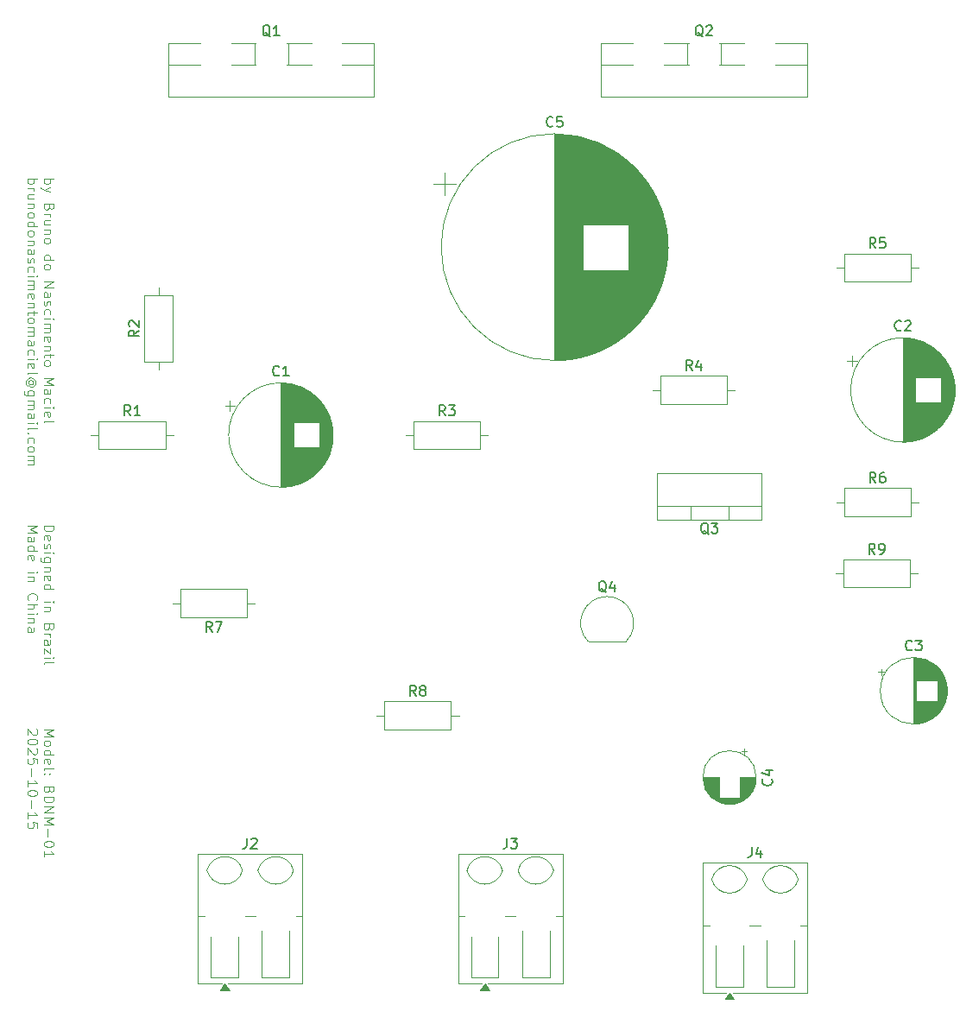
<source format=gbr>
%TF.GenerationSoftware,KiCad,Pcbnew,9.0.5*%
%TF.CreationDate,2025-10-15T22:39:10-03:00*%
%TF.ProjectId,BDNM-01,42444e4d-2d30-4312-9e6b-696361645f70,rev?*%
%TF.SameCoordinates,Original*%
%TF.FileFunction,Legend,Top*%
%TF.FilePolarity,Positive*%
%FSLAX46Y46*%
G04 Gerber Fmt 4.6, Leading zero omitted, Abs format (unit mm)*
G04 Created by KiCad (PCBNEW 9.0.5) date 2025-10-15 22:39:10*
%MOMM*%
%LPD*%
G01*
G04 APERTURE LIST*
%ADD10C,0.100000*%
%ADD11C,0.150000*%
%ADD12C,0.120000*%
G04 APERTURE END LIST*
D10*
X95237524Y-114303884D02*
X96237524Y-114303884D01*
X96237524Y-114303884D02*
X95523239Y-114637217D01*
X95523239Y-114637217D02*
X96237524Y-114970550D01*
X96237524Y-114970550D02*
X95237524Y-114970550D01*
X95237524Y-115589598D02*
X95285144Y-115494360D01*
X95285144Y-115494360D02*
X95332763Y-115446741D01*
X95332763Y-115446741D02*
X95428001Y-115399122D01*
X95428001Y-115399122D02*
X95713715Y-115399122D01*
X95713715Y-115399122D02*
X95808953Y-115446741D01*
X95808953Y-115446741D02*
X95856572Y-115494360D01*
X95856572Y-115494360D02*
X95904191Y-115589598D01*
X95904191Y-115589598D02*
X95904191Y-115732455D01*
X95904191Y-115732455D02*
X95856572Y-115827693D01*
X95856572Y-115827693D02*
X95808953Y-115875312D01*
X95808953Y-115875312D02*
X95713715Y-115922931D01*
X95713715Y-115922931D02*
X95428001Y-115922931D01*
X95428001Y-115922931D02*
X95332763Y-115875312D01*
X95332763Y-115875312D02*
X95285144Y-115827693D01*
X95285144Y-115827693D02*
X95237524Y-115732455D01*
X95237524Y-115732455D02*
X95237524Y-115589598D01*
X95237524Y-116780074D02*
X96237524Y-116780074D01*
X95285144Y-116780074D02*
X95237524Y-116684836D01*
X95237524Y-116684836D02*
X95237524Y-116494360D01*
X95237524Y-116494360D02*
X95285144Y-116399122D01*
X95285144Y-116399122D02*
X95332763Y-116351503D01*
X95332763Y-116351503D02*
X95428001Y-116303884D01*
X95428001Y-116303884D02*
X95713715Y-116303884D01*
X95713715Y-116303884D02*
X95808953Y-116351503D01*
X95808953Y-116351503D02*
X95856572Y-116399122D01*
X95856572Y-116399122D02*
X95904191Y-116494360D01*
X95904191Y-116494360D02*
X95904191Y-116684836D01*
X95904191Y-116684836D02*
X95856572Y-116780074D01*
X95285144Y-117637217D02*
X95237524Y-117541979D01*
X95237524Y-117541979D02*
X95237524Y-117351503D01*
X95237524Y-117351503D02*
X95285144Y-117256265D01*
X95285144Y-117256265D02*
X95380382Y-117208646D01*
X95380382Y-117208646D02*
X95761334Y-117208646D01*
X95761334Y-117208646D02*
X95856572Y-117256265D01*
X95856572Y-117256265D02*
X95904191Y-117351503D01*
X95904191Y-117351503D02*
X95904191Y-117541979D01*
X95904191Y-117541979D02*
X95856572Y-117637217D01*
X95856572Y-117637217D02*
X95761334Y-117684836D01*
X95761334Y-117684836D02*
X95666096Y-117684836D01*
X95666096Y-117684836D02*
X95570858Y-117208646D01*
X95237524Y-118256265D02*
X95285144Y-118161027D01*
X95285144Y-118161027D02*
X95380382Y-118113408D01*
X95380382Y-118113408D02*
X96237524Y-118113408D01*
X95332763Y-118637218D02*
X95285144Y-118684837D01*
X95285144Y-118684837D02*
X95237524Y-118637218D01*
X95237524Y-118637218D02*
X95285144Y-118589599D01*
X95285144Y-118589599D02*
X95332763Y-118637218D01*
X95332763Y-118637218D02*
X95237524Y-118637218D01*
X95856572Y-118637218D02*
X95808953Y-118684837D01*
X95808953Y-118684837D02*
X95761334Y-118637218D01*
X95761334Y-118637218D02*
X95808953Y-118589599D01*
X95808953Y-118589599D02*
X95856572Y-118637218D01*
X95856572Y-118637218D02*
X95761334Y-118637218D01*
X95761334Y-120208646D02*
X95713715Y-120351503D01*
X95713715Y-120351503D02*
X95666096Y-120399122D01*
X95666096Y-120399122D02*
X95570858Y-120446741D01*
X95570858Y-120446741D02*
X95428001Y-120446741D01*
X95428001Y-120446741D02*
X95332763Y-120399122D01*
X95332763Y-120399122D02*
X95285144Y-120351503D01*
X95285144Y-120351503D02*
X95237524Y-120256265D01*
X95237524Y-120256265D02*
X95237524Y-119875313D01*
X95237524Y-119875313D02*
X96237524Y-119875313D01*
X96237524Y-119875313D02*
X96237524Y-120208646D01*
X96237524Y-120208646D02*
X96189905Y-120303884D01*
X96189905Y-120303884D02*
X96142286Y-120351503D01*
X96142286Y-120351503D02*
X96047048Y-120399122D01*
X96047048Y-120399122D02*
X95951810Y-120399122D01*
X95951810Y-120399122D02*
X95856572Y-120351503D01*
X95856572Y-120351503D02*
X95808953Y-120303884D01*
X95808953Y-120303884D02*
X95761334Y-120208646D01*
X95761334Y-120208646D02*
X95761334Y-119875313D01*
X95237524Y-120875313D02*
X96237524Y-120875313D01*
X96237524Y-120875313D02*
X96237524Y-121113408D01*
X96237524Y-121113408D02*
X96189905Y-121256265D01*
X96189905Y-121256265D02*
X96094667Y-121351503D01*
X96094667Y-121351503D02*
X95999429Y-121399122D01*
X95999429Y-121399122D02*
X95808953Y-121446741D01*
X95808953Y-121446741D02*
X95666096Y-121446741D01*
X95666096Y-121446741D02*
X95475620Y-121399122D01*
X95475620Y-121399122D02*
X95380382Y-121351503D01*
X95380382Y-121351503D02*
X95285144Y-121256265D01*
X95285144Y-121256265D02*
X95237524Y-121113408D01*
X95237524Y-121113408D02*
X95237524Y-120875313D01*
X95237524Y-121875313D02*
X96237524Y-121875313D01*
X96237524Y-121875313D02*
X95237524Y-122446741D01*
X95237524Y-122446741D02*
X96237524Y-122446741D01*
X95237524Y-122922932D02*
X96237524Y-122922932D01*
X96237524Y-122922932D02*
X95523239Y-123256265D01*
X95523239Y-123256265D02*
X96237524Y-123589598D01*
X96237524Y-123589598D02*
X95237524Y-123589598D01*
X95618477Y-124065789D02*
X95618477Y-124827694D01*
X96237524Y-125494360D02*
X96237524Y-125589598D01*
X96237524Y-125589598D02*
X96189905Y-125684836D01*
X96189905Y-125684836D02*
X96142286Y-125732455D01*
X96142286Y-125732455D02*
X96047048Y-125780074D01*
X96047048Y-125780074D02*
X95856572Y-125827693D01*
X95856572Y-125827693D02*
X95618477Y-125827693D01*
X95618477Y-125827693D02*
X95428001Y-125780074D01*
X95428001Y-125780074D02*
X95332763Y-125732455D01*
X95332763Y-125732455D02*
X95285144Y-125684836D01*
X95285144Y-125684836D02*
X95237524Y-125589598D01*
X95237524Y-125589598D02*
X95237524Y-125494360D01*
X95237524Y-125494360D02*
X95285144Y-125399122D01*
X95285144Y-125399122D02*
X95332763Y-125351503D01*
X95332763Y-125351503D02*
X95428001Y-125303884D01*
X95428001Y-125303884D02*
X95618477Y-125256265D01*
X95618477Y-125256265D02*
X95856572Y-125256265D01*
X95856572Y-125256265D02*
X96047048Y-125303884D01*
X96047048Y-125303884D02*
X96142286Y-125351503D01*
X96142286Y-125351503D02*
X96189905Y-125399122D01*
X96189905Y-125399122D02*
X96237524Y-125494360D01*
X95237524Y-126780074D02*
X95237524Y-126208646D01*
X95237524Y-126494360D02*
X96237524Y-126494360D01*
X96237524Y-126494360D02*
X96094667Y-126399122D01*
X96094667Y-126399122D02*
X95999429Y-126303884D01*
X95999429Y-126303884D02*
X95951810Y-126208646D01*
X94532342Y-114256265D02*
X94579961Y-114303884D01*
X94579961Y-114303884D02*
X94627580Y-114399122D01*
X94627580Y-114399122D02*
X94627580Y-114637217D01*
X94627580Y-114637217D02*
X94579961Y-114732455D01*
X94579961Y-114732455D02*
X94532342Y-114780074D01*
X94532342Y-114780074D02*
X94437104Y-114827693D01*
X94437104Y-114827693D02*
X94341866Y-114827693D01*
X94341866Y-114827693D02*
X94199009Y-114780074D01*
X94199009Y-114780074D02*
X93627580Y-114208646D01*
X93627580Y-114208646D02*
X93627580Y-114827693D01*
X94627580Y-115446741D02*
X94627580Y-115541979D01*
X94627580Y-115541979D02*
X94579961Y-115637217D01*
X94579961Y-115637217D02*
X94532342Y-115684836D01*
X94532342Y-115684836D02*
X94437104Y-115732455D01*
X94437104Y-115732455D02*
X94246628Y-115780074D01*
X94246628Y-115780074D02*
X94008533Y-115780074D01*
X94008533Y-115780074D02*
X93818057Y-115732455D01*
X93818057Y-115732455D02*
X93722819Y-115684836D01*
X93722819Y-115684836D02*
X93675200Y-115637217D01*
X93675200Y-115637217D02*
X93627580Y-115541979D01*
X93627580Y-115541979D02*
X93627580Y-115446741D01*
X93627580Y-115446741D02*
X93675200Y-115351503D01*
X93675200Y-115351503D02*
X93722819Y-115303884D01*
X93722819Y-115303884D02*
X93818057Y-115256265D01*
X93818057Y-115256265D02*
X94008533Y-115208646D01*
X94008533Y-115208646D02*
X94246628Y-115208646D01*
X94246628Y-115208646D02*
X94437104Y-115256265D01*
X94437104Y-115256265D02*
X94532342Y-115303884D01*
X94532342Y-115303884D02*
X94579961Y-115351503D01*
X94579961Y-115351503D02*
X94627580Y-115446741D01*
X94532342Y-116161027D02*
X94579961Y-116208646D01*
X94579961Y-116208646D02*
X94627580Y-116303884D01*
X94627580Y-116303884D02*
X94627580Y-116541979D01*
X94627580Y-116541979D02*
X94579961Y-116637217D01*
X94579961Y-116637217D02*
X94532342Y-116684836D01*
X94532342Y-116684836D02*
X94437104Y-116732455D01*
X94437104Y-116732455D02*
X94341866Y-116732455D01*
X94341866Y-116732455D02*
X94199009Y-116684836D01*
X94199009Y-116684836D02*
X93627580Y-116113408D01*
X93627580Y-116113408D02*
X93627580Y-116732455D01*
X94627580Y-117637217D02*
X94627580Y-117161027D01*
X94627580Y-117161027D02*
X94151390Y-117113408D01*
X94151390Y-117113408D02*
X94199009Y-117161027D01*
X94199009Y-117161027D02*
X94246628Y-117256265D01*
X94246628Y-117256265D02*
X94246628Y-117494360D01*
X94246628Y-117494360D02*
X94199009Y-117589598D01*
X94199009Y-117589598D02*
X94151390Y-117637217D01*
X94151390Y-117637217D02*
X94056152Y-117684836D01*
X94056152Y-117684836D02*
X93818057Y-117684836D01*
X93818057Y-117684836D02*
X93722819Y-117637217D01*
X93722819Y-117637217D02*
X93675200Y-117589598D01*
X93675200Y-117589598D02*
X93627580Y-117494360D01*
X93627580Y-117494360D02*
X93627580Y-117256265D01*
X93627580Y-117256265D02*
X93675200Y-117161027D01*
X93675200Y-117161027D02*
X93722819Y-117113408D01*
X94008533Y-118113408D02*
X94008533Y-118875313D01*
X93627580Y-119875312D02*
X93627580Y-119303884D01*
X93627580Y-119589598D02*
X94627580Y-119589598D01*
X94627580Y-119589598D02*
X94484723Y-119494360D01*
X94484723Y-119494360D02*
X94389485Y-119399122D01*
X94389485Y-119399122D02*
X94341866Y-119303884D01*
X94627580Y-120494360D02*
X94627580Y-120589598D01*
X94627580Y-120589598D02*
X94579961Y-120684836D01*
X94579961Y-120684836D02*
X94532342Y-120732455D01*
X94532342Y-120732455D02*
X94437104Y-120780074D01*
X94437104Y-120780074D02*
X94246628Y-120827693D01*
X94246628Y-120827693D02*
X94008533Y-120827693D01*
X94008533Y-120827693D02*
X93818057Y-120780074D01*
X93818057Y-120780074D02*
X93722819Y-120732455D01*
X93722819Y-120732455D02*
X93675200Y-120684836D01*
X93675200Y-120684836D02*
X93627580Y-120589598D01*
X93627580Y-120589598D02*
X93627580Y-120494360D01*
X93627580Y-120494360D02*
X93675200Y-120399122D01*
X93675200Y-120399122D02*
X93722819Y-120351503D01*
X93722819Y-120351503D02*
X93818057Y-120303884D01*
X93818057Y-120303884D02*
X94008533Y-120256265D01*
X94008533Y-120256265D02*
X94246628Y-120256265D01*
X94246628Y-120256265D02*
X94437104Y-120303884D01*
X94437104Y-120303884D02*
X94532342Y-120351503D01*
X94532342Y-120351503D02*
X94579961Y-120399122D01*
X94579961Y-120399122D02*
X94627580Y-120494360D01*
X94008533Y-121256265D02*
X94008533Y-122018170D01*
X93627580Y-123018169D02*
X93627580Y-122446741D01*
X93627580Y-122732455D02*
X94627580Y-122732455D01*
X94627580Y-122732455D02*
X94484723Y-122637217D01*
X94484723Y-122637217D02*
X94389485Y-122541979D01*
X94389485Y-122541979D02*
X94341866Y-122446741D01*
X94627580Y-123922931D02*
X94627580Y-123446741D01*
X94627580Y-123446741D02*
X94151390Y-123399122D01*
X94151390Y-123399122D02*
X94199009Y-123446741D01*
X94199009Y-123446741D02*
X94246628Y-123541979D01*
X94246628Y-123541979D02*
X94246628Y-123780074D01*
X94246628Y-123780074D02*
X94199009Y-123875312D01*
X94199009Y-123875312D02*
X94151390Y-123922931D01*
X94151390Y-123922931D02*
X94056152Y-123970550D01*
X94056152Y-123970550D02*
X93818057Y-123970550D01*
X93818057Y-123970550D02*
X93722819Y-123922931D01*
X93722819Y-123922931D02*
X93675200Y-123875312D01*
X93675200Y-123875312D02*
X93627580Y-123780074D01*
X93627580Y-123780074D02*
X93627580Y-123541979D01*
X93627580Y-123541979D02*
X93675200Y-123446741D01*
X93675200Y-123446741D02*
X93722819Y-123399122D01*
X95237524Y-94303884D02*
X96237524Y-94303884D01*
X96237524Y-94303884D02*
X96237524Y-94541979D01*
X96237524Y-94541979D02*
X96189905Y-94684836D01*
X96189905Y-94684836D02*
X96094667Y-94780074D01*
X96094667Y-94780074D02*
X95999429Y-94827693D01*
X95999429Y-94827693D02*
X95808953Y-94875312D01*
X95808953Y-94875312D02*
X95666096Y-94875312D01*
X95666096Y-94875312D02*
X95475620Y-94827693D01*
X95475620Y-94827693D02*
X95380382Y-94780074D01*
X95380382Y-94780074D02*
X95285144Y-94684836D01*
X95285144Y-94684836D02*
X95237524Y-94541979D01*
X95237524Y-94541979D02*
X95237524Y-94303884D01*
X95285144Y-95684836D02*
X95237524Y-95589598D01*
X95237524Y-95589598D02*
X95237524Y-95399122D01*
X95237524Y-95399122D02*
X95285144Y-95303884D01*
X95285144Y-95303884D02*
X95380382Y-95256265D01*
X95380382Y-95256265D02*
X95761334Y-95256265D01*
X95761334Y-95256265D02*
X95856572Y-95303884D01*
X95856572Y-95303884D02*
X95904191Y-95399122D01*
X95904191Y-95399122D02*
X95904191Y-95589598D01*
X95904191Y-95589598D02*
X95856572Y-95684836D01*
X95856572Y-95684836D02*
X95761334Y-95732455D01*
X95761334Y-95732455D02*
X95666096Y-95732455D01*
X95666096Y-95732455D02*
X95570858Y-95256265D01*
X95285144Y-96113408D02*
X95237524Y-96208646D01*
X95237524Y-96208646D02*
X95237524Y-96399122D01*
X95237524Y-96399122D02*
X95285144Y-96494360D01*
X95285144Y-96494360D02*
X95380382Y-96541979D01*
X95380382Y-96541979D02*
X95428001Y-96541979D01*
X95428001Y-96541979D02*
X95523239Y-96494360D01*
X95523239Y-96494360D02*
X95570858Y-96399122D01*
X95570858Y-96399122D02*
X95570858Y-96256265D01*
X95570858Y-96256265D02*
X95618477Y-96161027D01*
X95618477Y-96161027D02*
X95713715Y-96113408D01*
X95713715Y-96113408D02*
X95761334Y-96113408D01*
X95761334Y-96113408D02*
X95856572Y-96161027D01*
X95856572Y-96161027D02*
X95904191Y-96256265D01*
X95904191Y-96256265D02*
X95904191Y-96399122D01*
X95904191Y-96399122D02*
X95856572Y-96494360D01*
X95237524Y-96970551D02*
X95904191Y-96970551D01*
X96237524Y-96970551D02*
X96189905Y-96922932D01*
X96189905Y-96922932D02*
X96142286Y-96970551D01*
X96142286Y-96970551D02*
X96189905Y-97018170D01*
X96189905Y-97018170D02*
X96237524Y-96970551D01*
X96237524Y-96970551D02*
X96142286Y-96970551D01*
X95904191Y-97875312D02*
X95094667Y-97875312D01*
X95094667Y-97875312D02*
X94999429Y-97827693D01*
X94999429Y-97827693D02*
X94951810Y-97780074D01*
X94951810Y-97780074D02*
X94904191Y-97684836D01*
X94904191Y-97684836D02*
X94904191Y-97541979D01*
X94904191Y-97541979D02*
X94951810Y-97446741D01*
X95285144Y-97875312D02*
X95237524Y-97780074D01*
X95237524Y-97780074D02*
X95237524Y-97589598D01*
X95237524Y-97589598D02*
X95285144Y-97494360D01*
X95285144Y-97494360D02*
X95332763Y-97446741D01*
X95332763Y-97446741D02*
X95428001Y-97399122D01*
X95428001Y-97399122D02*
X95713715Y-97399122D01*
X95713715Y-97399122D02*
X95808953Y-97446741D01*
X95808953Y-97446741D02*
X95856572Y-97494360D01*
X95856572Y-97494360D02*
X95904191Y-97589598D01*
X95904191Y-97589598D02*
X95904191Y-97780074D01*
X95904191Y-97780074D02*
X95856572Y-97875312D01*
X95904191Y-98351503D02*
X95237524Y-98351503D01*
X95808953Y-98351503D02*
X95856572Y-98399122D01*
X95856572Y-98399122D02*
X95904191Y-98494360D01*
X95904191Y-98494360D02*
X95904191Y-98637217D01*
X95904191Y-98637217D02*
X95856572Y-98732455D01*
X95856572Y-98732455D02*
X95761334Y-98780074D01*
X95761334Y-98780074D02*
X95237524Y-98780074D01*
X95285144Y-99637217D02*
X95237524Y-99541979D01*
X95237524Y-99541979D02*
X95237524Y-99351503D01*
X95237524Y-99351503D02*
X95285144Y-99256265D01*
X95285144Y-99256265D02*
X95380382Y-99208646D01*
X95380382Y-99208646D02*
X95761334Y-99208646D01*
X95761334Y-99208646D02*
X95856572Y-99256265D01*
X95856572Y-99256265D02*
X95904191Y-99351503D01*
X95904191Y-99351503D02*
X95904191Y-99541979D01*
X95904191Y-99541979D02*
X95856572Y-99637217D01*
X95856572Y-99637217D02*
X95761334Y-99684836D01*
X95761334Y-99684836D02*
X95666096Y-99684836D01*
X95666096Y-99684836D02*
X95570858Y-99208646D01*
X95237524Y-100541979D02*
X96237524Y-100541979D01*
X95285144Y-100541979D02*
X95237524Y-100446741D01*
X95237524Y-100446741D02*
X95237524Y-100256265D01*
X95237524Y-100256265D02*
X95285144Y-100161027D01*
X95285144Y-100161027D02*
X95332763Y-100113408D01*
X95332763Y-100113408D02*
X95428001Y-100065789D01*
X95428001Y-100065789D02*
X95713715Y-100065789D01*
X95713715Y-100065789D02*
X95808953Y-100113408D01*
X95808953Y-100113408D02*
X95856572Y-100161027D01*
X95856572Y-100161027D02*
X95904191Y-100256265D01*
X95904191Y-100256265D02*
X95904191Y-100446741D01*
X95904191Y-100446741D02*
X95856572Y-100541979D01*
X95237524Y-101780075D02*
X95904191Y-101780075D01*
X96237524Y-101780075D02*
X96189905Y-101732456D01*
X96189905Y-101732456D02*
X96142286Y-101780075D01*
X96142286Y-101780075D02*
X96189905Y-101827694D01*
X96189905Y-101827694D02*
X96237524Y-101780075D01*
X96237524Y-101780075D02*
X96142286Y-101780075D01*
X95904191Y-102256265D02*
X95237524Y-102256265D01*
X95808953Y-102256265D02*
X95856572Y-102303884D01*
X95856572Y-102303884D02*
X95904191Y-102399122D01*
X95904191Y-102399122D02*
X95904191Y-102541979D01*
X95904191Y-102541979D02*
X95856572Y-102637217D01*
X95856572Y-102637217D02*
X95761334Y-102684836D01*
X95761334Y-102684836D02*
X95237524Y-102684836D01*
X95761334Y-104256265D02*
X95713715Y-104399122D01*
X95713715Y-104399122D02*
X95666096Y-104446741D01*
X95666096Y-104446741D02*
X95570858Y-104494360D01*
X95570858Y-104494360D02*
X95428001Y-104494360D01*
X95428001Y-104494360D02*
X95332763Y-104446741D01*
X95332763Y-104446741D02*
X95285144Y-104399122D01*
X95285144Y-104399122D02*
X95237524Y-104303884D01*
X95237524Y-104303884D02*
X95237524Y-103922932D01*
X95237524Y-103922932D02*
X96237524Y-103922932D01*
X96237524Y-103922932D02*
X96237524Y-104256265D01*
X96237524Y-104256265D02*
X96189905Y-104351503D01*
X96189905Y-104351503D02*
X96142286Y-104399122D01*
X96142286Y-104399122D02*
X96047048Y-104446741D01*
X96047048Y-104446741D02*
X95951810Y-104446741D01*
X95951810Y-104446741D02*
X95856572Y-104399122D01*
X95856572Y-104399122D02*
X95808953Y-104351503D01*
X95808953Y-104351503D02*
X95761334Y-104256265D01*
X95761334Y-104256265D02*
X95761334Y-103922932D01*
X95237524Y-104922932D02*
X95904191Y-104922932D01*
X95713715Y-104922932D02*
X95808953Y-104970551D01*
X95808953Y-104970551D02*
X95856572Y-105018170D01*
X95856572Y-105018170D02*
X95904191Y-105113408D01*
X95904191Y-105113408D02*
X95904191Y-105208646D01*
X95237524Y-105970551D02*
X95761334Y-105970551D01*
X95761334Y-105970551D02*
X95856572Y-105922932D01*
X95856572Y-105922932D02*
X95904191Y-105827694D01*
X95904191Y-105827694D02*
X95904191Y-105637218D01*
X95904191Y-105637218D02*
X95856572Y-105541980D01*
X95285144Y-105970551D02*
X95237524Y-105875313D01*
X95237524Y-105875313D02*
X95237524Y-105637218D01*
X95237524Y-105637218D02*
X95285144Y-105541980D01*
X95285144Y-105541980D02*
X95380382Y-105494361D01*
X95380382Y-105494361D02*
X95475620Y-105494361D01*
X95475620Y-105494361D02*
X95570858Y-105541980D01*
X95570858Y-105541980D02*
X95618477Y-105637218D01*
X95618477Y-105637218D02*
X95618477Y-105875313D01*
X95618477Y-105875313D02*
X95666096Y-105970551D01*
X95904191Y-106351504D02*
X95904191Y-106875313D01*
X95904191Y-106875313D02*
X95237524Y-106351504D01*
X95237524Y-106351504D02*
X95237524Y-106875313D01*
X95237524Y-107256266D02*
X95904191Y-107256266D01*
X96237524Y-107256266D02*
X96189905Y-107208647D01*
X96189905Y-107208647D02*
X96142286Y-107256266D01*
X96142286Y-107256266D02*
X96189905Y-107303885D01*
X96189905Y-107303885D02*
X96237524Y-107256266D01*
X96237524Y-107256266D02*
X96142286Y-107256266D01*
X95237524Y-107875313D02*
X95285144Y-107780075D01*
X95285144Y-107780075D02*
X95380382Y-107732456D01*
X95380382Y-107732456D02*
X96237524Y-107732456D01*
X93627580Y-94303884D02*
X94627580Y-94303884D01*
X94627580Y-94303884D02*
X93913295Y-94637217D01*
X93913295Y-94637217D02*
X94627580Y-94970550D01*
X94627580Y-94970550D02*
X93627580Y-94970550D01*
X93627580Y-95875312D02*
X94151390Y-95875312D01*
X94151390Y-95875312D02*
X94246628Y-95827693D01*
X94246628Y-95827693D02*
X94294247Y-95732455D01*
X94294247Y-95732455D02*
X94294247Y-95541979D01*
X94294247Y-95541979D02*
X94246628Y-95446741D01*
X93675200Y-95875312D02*
X93627580Y-95780074D01*
X93627580Y-95780074D02*
X93627580Y-95541979D01*
X93627580Y-95541979D02*
X93675200Y-95446741D01*
X93675200Y-95446741D02*
X93770438Y-95399122D01*
X93770438Y-95399122D02*
X93865676Y-95399122D01*
X93865676Y-95399122D02*
X93960914Y-95446741D01*
X93960914Y-95446741D02*
X94008533Y-95541979D01*
X94008533Y-95541979D02*
X94008533Y-95780074D01*
X94008533Y-95780074D02*
X94056152Y-95875312D01*
X93627580Y-96780074D02*
X94627580Y-96780074D01*
X93675200Y-96780074D02*
X93627580Y-96684836D01*
X93627580Y-96684836D02*
X93627580Y-96494360D01*
X93627580Y-96494360D02*
X93675200Y-96399122D01*
X93675200Y-96399122D02*
X93722819Y-96351503D01*
X93722819Y-96351503D02*
X93818057Y-96303884D01*
X93818057Y-96303884D02*
X94103771Y-96303884D01*
X94103771Y-96303884D02*
X94199009Y-96351503D01*
X94199009Y-96351503D02*
X94246628Y-96399122D01*
X94246628Y-96399122D02*
X94294247Y-96494360D01*
X94294247Y-96494360D02*
X94294247Y-96684836D01*
X94294247Y-96684836D02*
X94246628Y-96780074D01*
X93675200Y-97637217D02*
X93627580Y-97541979D01*
X93627580Y-97541979D02*
X93627580Y-97351503D01*
X93627580Y-97351503D02*
X93675200Y-97256265D01*
X93675200Y-97256265D02*
X93770438Y-97208646D01*
X93770438Y-97208646D02*
X94151390Y-97208646D01*
X94151390Y-97208646D02*
X94246628Y-97256265D01*
X94246628Y-97256265D02*
X94294247Y-97351503D01*
X94294247Y-97351503D02*
X94294247Y-97541979D01*
X94294247Y-97541979D02*
X94246628Y-97637217D01*
X94246628Y-97637217D02*
X94151390Y-97684836D01*
X94151390Y-97684836D02*
X94056152Y-97684836D01*
X94056152Y-97684836D02*
X93960914Y-97208646D01*
X93627580Y-98875313D02*
X94294247Y-98875313D01*
X94627580Y-98875313D02*
X94579961Y-98827694D01*
X94579961Y-98827694D02*
X94532342Y-98875313D01*
X94532342Y-98875313D02*
X94579961Y-98922932D01*
X94579961Y-98922932D02*
X94627580Y-98875313D01*
X94627580Y-98875313D02*
X94532342Y-98875313D01*
X94294247Y-99351503D02*
X93627580Y-99351503D01*
X94199009Y-99351503D02*
X94246628Y-99399122D01*
X94246628Y-99399122D02*
X94294247Y-99494360D01*
X94294247Y-99494360D02*
X94294247Y-99637217D01*
X94294247Y-99637217D02*
X94246628Y-99732455D01*
X94246628Y-99732455D02*
X94151390Y-99780074D01*
X94151390Y-99780074D02*
X93627580Y-99780074D01*
X93722819Y-101589598D02*
X93675200Y-101541979D01*
X93675200Y-101541979D02*
X93627580Y-101399122D01*
X93627580Y-101399122D02*
X93627580Y-101303884D01*
X93627580Y-101303884D02*
X93675200Y-101161027D01*
X93675200Y-101161027D02*
X93770438Y-101065789D01*
X93770438Y-101065789D02*
X93865676Y-101018170D01*
X93865676Y-101018170D02*
X94056152Y-100970551D01*
X94056152Y-100970551D02*
X94199009Y-100970551D01*
X94199009Y-100970551D02*
X94389485Y-101018170D01*
X94389485Y-101018170D02*
X94484723Y-101065789D01*
X94484723Y-101065789D02*
X94579961Y-101161027D01*
X94579961Y-101161027D02*
X94627580Y-101303884D01*
X94627580Y-101303884D02*
X94627580Y-101399122D01*
X94627580Y-101399122D02*
X94579961Y-101541979D01*
X94579961Y-101541979D02*
X94532342Y-101589598D01*
X93627580Y-102018170D02*
X94627580Y-102018170D01*
X93627580Y-102446741D02*
X94151390Y-102446741D01*
X94151390Y-102446741D02*
X94246628Y-102399122D01*
X94246628Y-102399122D02*
X94294247Y-102303884D01*
X94294247Y-102303884D02*
X94294247Y-102161027D01*
X94294247Y-102161027D02*
X94246628Y-102065789D01*
X94246628Y-102065789D02*
X94199009Y-102018170D01*
X93627580Y-102922932D02*
X94294247Y-102922932D01*
X94627580Y-102922932D02*
X94579961Y-102875313D01*
X94579961Y-102875313D02*
X94532342Y-102922932D01*
X94532342Y-102922932D02*
X94579961Y-102970551D01*
X94579961Y-102970551D02*
X94627580Y-102922932D01*
X94627580Y-102922932D02*
X94532342Y-102922932D01*
X94294247Y-103399122D02*
X93627580Y-103399122D01*
X94199009Y-103399122D02*
X94246628Y-103446741D01*
X94246628Y-103446741D02*
X94294247Y-103541979D01*
X94294247Y-103541979D02*
X94294247Y-103684836D01*
X94294247Y-103684836D02*
X94246628Y-103780074D01*
X94246628Y-103780074D02*
X94151390Y-103827693D01*
X94151390Y-103827693D02*
X93627580Y-103827693D01*
X93627580Y-104732455D02*
X94151390Y-104732455D01*
X94151390Y-104732455D02*
X94246628Y-104684836D01*
X94246628Y-104684836D02*
X94294247Y-104589598D01*
X94294247Y-104589598D02*
X94294247Y-104399122D01*
X94294247Y-104399122D02*
X94246628Y-104303884D01*
X93675200Y-104732455D02*
X93627580Y-104637217D01*
X93627580Y-104637217D02*
X93627580Y-104399122D01*
X93627580Y-104399122D02*
X93675200Y-104303884D01*
X93675200Y-104303884D02*
X93770438Y-104256265D01*
X93770438Y-104256265D02*
X93865676Y-104256265D01*
X93865676Y-104256265D02*
X93960914Y-104303884D01*
X93960914Y-104303884D02*
X94008533Y-104399122D01*
X94008533Y-104399122D02*
X94008533Y-104637217D01*
X94008533Y-104637217D02*
X94056152Y-104732455D01*
X95237524Y-60303884D02*
X96237524Y-60303884D01*
X95856572Y-60303884D02*
X95904191Y-60399122D01*
X95904191Y-60399122D02*
X95904191Y-60589598D01*
X95904191Y-60589598D02*
X95856572Y-60684836D01*
X95856572Y-60684836D02*
X95808953Y-60732455D01*
X95808953Y-60732455D02*
X95713715Y-60780074D01*
X95713715Y-60780074D02*
X95428001Y-60780074D01*
X95428001Y-60780074D02*
X95332763Y-60732455D01*
X95332763Y-60732455D02*
X95285144Y-60684836D01*
X95285144Y-60684836D02*
X95237524Y-60589598D01*
X95237524Y-60589598D02*
X95237524Y-60399122D01*
X95237524Y-60399122D02*
X95285144Y-60303884D01*
X95904191Y-61113408D02*
X95237524Y-61351503D01*
X95904191Y-61589598D02*
X95237524Y-61351503D01*
X95237524Y-61351503D02*
X94999429Y-61256265D01*
X94999429Y-61256265D02*
X94951810Y-61208646D01*
X94951810Y-61208646D02*
X94904191Y-61113408D01*
X95761334Y-63065789D02*
X95713715Y-63208646D01*
X95713715Y-63208646D02*
X95666096Y-63256265D01*
X95666096Y-63256265D02*
X95570858Y-63303884D01*
X95570858Y-63303884D02*
X95428001Y-63303884D01*
X95428001Y-63303884D02*
X95332763Y-63256265D01*
X95332763Y-63256265D02*
X95285144Y-63208646D01*
X95285144Y-63208646D02*
X95237524Y-63113408D01*
X95237524Y-63113408D02*
X95237524Y-62732456D01*
X95237524Y-62732456D02*
X96237524Y-62732456D01*
X96237524Y-62732456D02*
X96237524Y-63065789D01*
X96237524Y-63065789D02*
X96189905Y-63161027D01*
X96189905Y-63161027D02*
X96142286Y-63208646D01*
X96142286Y-63208646D02*
X96047048Y-63256265D01*
X96047048Y-63256265D02*
X95951810Y-63256265D01*
X95951810Y-63256265D02*
X95856572Y-63208646D01*
X95856572Y-63208646D02*
X95808953Y-63161027D01*
X95808953Y-63161027D02*
X95761334Y-63065789D01*
X95761334Y-63065789D02*
X95761334Y-62732456D01*
X95237524Y-63732456D02*
X95904191Y-63732456D01*
X95713715Y-63732456D02*
X95808953Y-63780075D01*
X95808953Y-63780075D02*
X95856572Y-63827694D01*
X95856572Y-63827694D02*
X95904191Y-63922932D01*
X95904191Y-63922932D02*
X95904191Y-64018170D01*
X95904191Y-64780075D02*
X95237524Y-64780075D01*
X95904191Y-64351504D02*
X95380382Y-64351504D01*
X95380382Y-64351504D02*
X95285144Y-64399123D01*
X95285144Y-64399123D02*
X95237524Y-64494361D01*
X95237524Y-64494361D02*
X95237524Y-64637218D01*
X95237524Y-64637218D02*
X95285144Y-64732456D01*
X95285144Y-64732456D02*
X95332763Y-64780075D01*
X95904191Y-65256266D02*
X95237524Y-65256266D01*
X95808953Y-65256266D02*
X95856572Y-65303885D01*
X95856572Y-65303885D02*
X95904191Y-65399123D01*
X95904191Y-65399123D02*
X95904191Y-65541980D01*
X95904191Y-65541980D02*
X95856572Y-65637218D01*
X95856572Y-65637218D02*
X95761334Y-65684837D01*
X95761334Y-65684837D02*
X95237524Y-65684837D01*
X95237524Y-66303885D02*
X95285144Y-66208647D01*
X95285144Y-66208647D02*
X95332763Y-66161028D01*
X95332763Y-66161028D02*
X95428001Y-66113409D01*
X95428001Y-66113409D02*
X95713715Y-66113409D01*
X95713715Y-66113409D02*
X95808953Y-66161028D01*
X95808953Y-66161028D02*
X95856572Y-66208647D01*
X95856572Y-66208647D02*
X95904191Y-66303885D01*
X95904191Y-66303885D02*
X95904191Y-66446742D01*
X95904191Y-66446742D02*
X95856572Y-66541980D01*
X95856572Y-66541980D02*
X95808953Y-66589599D01*
X95808953Y-66589599D02*
X95713715Y-66637218D01*
X95713715Y-66637218D02*
X95428001Y-66637218D01*
X95428001Y-66637218D02*
X95332763Y-66589599D01*
X95332763Y-66589599D02*
X95285144Y-66541980D01*
X95285144Y-66541980D02*
X95237524Y-66446742D01*
X95237524Y-66446742D02*
X95237524Y-66303885D01*
X95237524Y-68256266D02*
X96237524Y-68256266D01*
X95285144Y-68256266D02*
X95237524Y-68161028D01*
X95237524Y-68161028D02*
X95237524Y-67970552D01*
X95237524Y-67970552D02*
X95285144Y-67875314D01*
X95285144Y-67875314D02*
X95332763Y-67827695D01*
X95332763Y-67827695D02*
X95428001Y-67780076D01*
X95428001Y-67780076D02*
X95713715Y-67780076D01*
X95713715Y-67780076D02*
X95808953Y-67827695D01*
X95808953Y-67827695D02*
X95856572Y-67875314D01*
X95856572Y-67875314D02*
X95904191Y-67970552D01*
X95904191Y-67970552D02*
X95904191Y-68161028D01*
X95904191Y-68161028D02*
X95856572Y-68256266D01*
X95237524Y-68875314D02*
X95285144Y-68780076D01*
X95285144Y-68780076D02*
X95332763Y-68732457D01*
X95332763Y-68732457D02*
X95428001Y-68684838D01*
X95428001Y-68684838D02*
X95713715Y-68684838D01*
X95713715Y-68684838D02*
X95808953Y-68732457D01*
X95808953Y-68732457D02*
X95856572Y-68780076D01*
X95856572Y-68780076D02*
X95904191Y-68875314D01*
X95904191Y-68875314D02*
X95904191Y-69018171D01*
X95904191Y-69018171D02*
X95856572Y-69113409D01*
X95856572Y-69113409D02*
X95808953Y-69161028D01*
X95808953Y-69161028D02*
X95713715Y-69208647D01*
X95713715Y-69208647D02*
X95428001Y-69208647D01*
X95428001Y-69208647D02*
X95332763Y-69161028D01*
X95332763Y-69161028D02*
X95285144Y-69113409D01*
X95285144Y-69113409D02*
X95237524Y-69018171D01*
X95237524Y-69018171D02*
X95237524Y-68875314D01*
X95237524Y-70399124D02*
X96237524Y-70399124D01*
X96237524Y-70399124D02*
X95237524Y-70970552D01*
X95237524Y-70970552D02*
X96237524Y-70970552D01*
X95237524Y-71875314D02*
X95761334Y-71875314D01*
X95761334Y-71875314D02*
X95856572Y-71827695D01*
X95856572Y-71827695D02*
X95904191Y-71732457D01*
X95904191Y-71732457D02*
X95904191Y-71541981D01*
X95904191Y-71541981D02*
X95856572Y-71446743D01*
X95285144Y-71875314D02*
X95237524Y-71780076D01*
X95237524Y-71780076D02*
X95237524Y-71541981D01*
X95237524Y-71541981D02*
X95285144Y-71446743D01*
X95285144Y-71446743D02*
X95380382Y-71399124D01*
X95380382Y-71399124D02*
X95475620Y-71399124D01*
X95475620Y-71399124D02*
X95570858Y-71446743D01*
X95570858Y-71446743D02*
X95618477Y-71541981D01*
X95618477Y-71541981D02*
X95618477Y-71780076D01*
X95618477Y-71780076D02*
X95666096Y-71875314D01*
X95285144Y-72303886D02*
X95237524Y-72399124D01*
X95237524Y-72399124D02*
X95237524Y-72589600D01*
X95237524Y-72589600D02*
X95285144Y-72684838D01*
X95285144Y-72684838D02*
X95380382Y-72732457D01*
X95380382Y-72732457D02*
X95428001Y-72732457D01*
X95428001Y-72732457D02*
X95523239Y-72684838D01*
X95523239Y-72684838D02*
X95570858Y-72589600D01*
X95570858Y-72589600D02*
X95570858Y-72446743D01*
X95570858Y-72446743D02*
X95618477Y-72351505D01*
X95618477Y-72351505D02*
X95713715Y-72303886D01*
X95713715Y-72303886D02*
X95761334Y-72303886D01*
X95761334Y-72303886D02*
X95856572Y-72351505D01*
X95856572Y-72351505D02*
X95904191Y-72446743D01*
X95904191Y-72446743D02*
X95904191Y-72589600D01*
X95904191Y-72589600D02*
X95856572Y-72684838D01*
X95285144Y-73589600D02*
X95237524Y-73494362D01*
X95237524Y-73494362D02*
X95237524Y-73303886D01*
X95237524Y-73303886D02*
X95285144Y-73208648D01*
X95285144Y-73208648D02*
X95332763Y-73161029D01*
X95332763Y-73161029D02*
X95428001Y-73113410D01*
X95428001Y-73113410D02*
X95713715Y-73113410D01*
X95713715Y-73113410D02*
X95808953Y-73161029D01*
X95808953Y-73161029D02*
X95856572Y-73208648D01*
X95856572Y-73208648D02*
X95904191Y-73303886D01*
X95904191Y-73303886D02*
X95904191Y-73494362D01*
X95904191Y-73494362D02*
X95856572Y-73589600D01*
X95237524Y-74018172D02*
X95904191Y-74018172D01*
X96237524Y-74018172D02*
X96189905Y-73970553D01*
X96189905Y-73970553D02*
X96142286Y-74018172D01*
X96142286Y-74018172D02*
X96189905Y-74065791D01*
X96189905Y-74065791D02*
X96237524Y-74018172D01*
X96237524Y-74018172D02*
X96142286Y-74018172D01*
X95237524Y-74494362D02*
X95904191Y-74494362D01*
X95808953Y-74494362D02*
X95856572Y-74541981D01*
X95856572Y-74541981D02*
X95904191Y-74637219D01*
X95904191Y-74637219D02*
X95904191Y-74780076D01*
X95904191Y-74780076D02*
X95856572Y-74875314D01*
X95856572Y-74875314D02*
X95761334Y-74922933D01*
X95761334Y-74922933D02*
X95237524Y-74922933D01*
X95761334Y-74922933D02*
X95856572Y-74970552D01*
X95856572Y-74970552D02*
X95904191Y-75065790D01*
X95904191Y-75065790D02*
X95904191Y-75208647D01*
X95904191Y-75208647D02*
X95856572Y-75303886D01*
X95856572Y-75303886D02*
X95761334Y-75351505D01*
X95761334Y-75351505D02*
X95237524Y-75351505D01*
X95285144Y-76208647D02*
X95237524Y-76113409D01*
X95237524Y-76113409D02*
X95237524Y-75922933D01*
X95237524Y-75922933D02*
X95285144Y-75827695D01*
X95285144Y-75827695D02*
X95380382Y-75780076D01*
X95380382Y-75780076D02*
X95761334Y-75780076D01*
X95761334Y-75780076D02*
X95856572Y-75827695D01*
X95856572Y-75827695D02*
X95904191Y-75922933D01*
X95904191Y-75922933D02*
X95904191Y-76113409D01*
X95904191Y-76113409D02*
X95856572Y-76208647D01*
X95856572Y-76208647D02*
X95761334Y-76256266D01*
X95761334Y-76256266D02*
X95666096Y-76256266D01*
X95666096Y-76256266D02*
X95570858Y-75780076D01*
X95904191Y-76684838D02*
X95237524Y-76684838D01*
X95808953Y-76684838D02*
X95856572Y-76732457D01*
X95856572Y-76732457D02*
X95904191Y-76827695D01*
X95904191Y-76827695D02*
X95904191Y-76970552D01*
X95904191Y-76970552D02*
X95856572Y-77065790D01*
X95856572Y-77065790D02*
X95761334Y-77113409D01*
X95761334Y-77113409D02*
X95237524Y-77113409D01*
X95904191Y-77446743D02*
X95904191Y-77827695D01*
X96237524Y-77589600D02*
X95380382Y-77589600D01*
X95380382Y-77589600D02*
X95285144Y-77637219D01*
X95285144Y-77637219D02*
X95237524Y-77732457D01*
X95237524Y-77732457D02*
X95237524Y-77827695D01*
X95237524Y-78303886D02*
X95285144Y-78208648D01*
X95285144Y-78208648D02*
X95332763Y-78161029D01*
X95332763Y-78161029D02*
X95428001Y-78113410D01*
X95428001Y-78113410D02*
X95713715Y-78113410D01*
X95713715Y-78113410D02*
X95808953Y-78161029D01*
X95808953Y-78161029D02*
X95856572Y-78208648D01*
X95856572Y-78208648D02*
X95904191Y-78303886D01*
X95904191Y-78303886D02*
X95904191Y-78446743D01*
X95904191Y-78446743D02*
X95856572Y-78541981D01*
X95856572Y-78541981D02*
X95808953Y-78589600D01*
X95808953Y-78589600D02*
X95713715Y-78637219D01*
X95713715Y-78637219D02*
X95428001Y-78637219D01*
X95428001Y-78637219D02*
X95332763Y-78589600D01*
X95332763Y-78589600D02*
X95285144Y-78541981D01*
X95285144Y-78541981D02*
X95237524Y-78446743D01*
X95237524Y-78446743D02*
X95237524Y-78303886D01*
X95237524Y-79827696D02*
X96237524Y-79827696D01*
X96237524Y-79827696D02*
X95523239Y-80161029D01*
X95523239Y-80161029D02*
X96237524Y-80494362D01*
X96237524Y-80494362D02*
X95237524Y-80494362D01*
X95237524Y-81399124D02*
X95761334Y-81399124D01*
X95761334Y-81399124D02*
X95856572Y-81351505D01*
X95856572Y-81351505D02*
X95904191Y-81256267D01*
X95904191Y-81256267D02*
X95904191Y-81065791D01*
X95904191Y-81065791D02*
X95856572Y-80970553D01*
X95285144Y-81399124D02*
X95237524Y-81303886D01*
X95237524Y-81303886D02*
X95237524Y-81065791D01*
X95237524Y-81065791D02*
X95285144Y-80970553D01*
X95285144Y-80970553D02*
X95380382Y-80922934D01*
X95380382Y-80922934D02*
X95475620Y-80922934D01*
X95475620Y-80922934D02*
X95570858Y-80970553D01*
X95570858Y-80970553D02*
X95618477Y-81065791D01*
X95618477Y-81065791D02*
X95618477Y-81303886D01*
X95618477Y-81303886D02*
X95666096Y-81399124D01*
X95285144Y-82303886D02*
X95237524Y-82208648D01*
X95237524Y-82208648D02*
X95237524Y-82018172D01*
X95237524Y-82018172D02*
X95285144Y-81922934D01*
X95285144Y-81922934D02*
X95332763Y-81875315D01*
X95332763Y-81875315D02*
X95428001Y-81827696D01*
X95428001Y-81827696D02*
X95713715Y-81827696D01*
X95713715Y-81827696D02*
X95808953Y-81875315D01*
X95808953Y-81875315D02*
X95856572Y-81922934D01*
X95856572Y-81922934D02*
X95904191Y-82018172D01*
X95904191Y-82018172D02*
X95904191Y-82208648D01*
X95904191Y-82208648D02*
X95856572Y-82303886D01*
X95237524Y-82732458D02*
X95904191Y-82732458D01*
X96237524Y-82732458D02*
X96189905Y-82684839D01*
X96189905Y-82684839D02*
X96142286Y-82732458D01*
X96142286Y-82732458D02*
X96189905Y-82780077D01*
X96189905Y-82780077D02*
X96237524Y-82732458D01*
X96237524Y-82732458D02*
X96142286Y-82732458D01*
X95285144Y-83589600D02*
X95237524Y-83494362D01*
X95237524Y-83494362D02*
X95237524Y-83303886D01*
X95237524Y-83303886D02*
X95285144Y-83208648D01*
X95285144Y-83208648D02*
X95380382Y-83161029D01*
X95380382Y-83161029D02*
X95761334Y-83161029D01*
X95761334Y-83161029D02*
X95856572Y-83208648D01*
X95856572Y-83208648D02*
X95904191Y-83303886D01*
X95904191Y-83303886D02*
X95904191Y-83494362D01*
X95904191Y-83494362D02*
X95856572Y-83589600D01*
X95856572Y-83589600D02*
X95761334Y-83637219D01*
X95761334Y-83637219D02*
X95666096Y-83637219D01*
X95666096Y-83637219D02*
X95570858Y-83161029D01*
X95237524Y-84208648D02*
X95285144Y-84113410D01*
X95285144Y-84113410D02*
X95380382Y-84065791D01*
X95380382Y-84065791D02*
X96237524Y-84065791D01*
X93627580Y-60303884D02*
X94627580Y-60303884D01*
X94246628Y-60303884D02*
X94294247Y-60399122D01*
X94294247Y-60399122D02*
X94294247Y-60589598D01*
X94294247Y-60589598D02*
X94246628Y-60684836D01*
X94246628Y-60684836D02*
X94199009Y-60732455D01*
X94199009Y-60732455D02*
X94103771Y-60780074D01*
X94103771Y-60780074D02*
X93818057Y-60780074D01*
X93818057Y-60780074D02*
X93722819Y-60732455D01*
X93722819Y-60732455D02*
X93675200Y-60684836D01*
X93675200Y-60684836D02*
X93627580Y-60589598D01*
X93627580Y-60589598D02*
X93627580Y-60399122D01*
X93627580Y-60399122D02*
X93675200Y-60303884D01*
X93627580Y-61208646D02*
X94294247Y-61208646D01*
X94103771Y-61208646D02*
X94199009Y-61256265D01*
X94199009Y-61256265D02*
X94246628Y-61303884D01*
X94246628Y-61303884D02*
X94294247Y-61399122D01*
X94294247Y-61399122D02*
X94294247Y-61494360D01*
X94294247Y-62256265D02*
X93627580Y-62256265D01*
X94294247Y-61827694D02*
X93770438Y-61827694D01*
X93770438Y-61827694D02*
X93675200Y-61875313D01*
X93675200Y-61875313D02*
X93627580Y-61970551D01*
X93627580Y-61970551D02*
X93627580Y-62113408D01*
X93627580Y-62113408D02*
X93675200Y-62208646D01*
X93675200Y-62208646D02*
X93722819Y-62256265D01*
X94294247Y-62732456D02*
X93627580Y-62732456D01*
X94199009Y-62732456D02*
X94246628Y-62780075D01*
X94246628Y-62780075D02*
X94294247Y-62875313D01*
X94294247Y-62875313D02*
X94294247Y-63018170D01*
X94294247Y-63018170D02*
X94246628Y-63113408D01*
X94246628Y-63113408D02*
X94151390Y-63161027D01*
X94151390Y-63161027D02*
X93627580Y-63161027D01*
X93627580Y-63780075D02*
X93675200Y-63684837D01*
X93675200Y-63684837D02*
X93722819Y-63637218D01*
X93722819Y-63637218D02*
X93818057Y-63589599D01*
X93818057Y-63589599D02*
X94103771Y-63589599D01*
X94103771Y-63589599D02*
X94199009Y-63637218D01*
X94199009Y-63637218D02*
X94246628Y-63684837D01*
X94246628Y-63684837D02*
X94294247Y-63780075D01*
X94294247Y-63780075D02*
X94294247Y-63922932D01*
X94294247Y-63922932D02*
X94246628Y-64018170D01*
X94246628Y-64018170D02*
X94199009Y-64065789D01*
X94199009Y-64065789D02*
X94103771Y-64113408D01*
X94103771Y-64113408D02*
X93818057Y-64113408D01*
X93818057Y-64113408D02*
X93722819Y-64065789D01*
X93722819Y-64065789D02*
X93675200Y-64018170D01*
X93675200Y-64018170D02*
X93627580Y-63922932D01*
X93627580Y-63922932D02*
X93627580Y-63780075D01*
X93627580Y-64970551D02*
X94627580Y-64970551D01*
X93675200Y-64970551D02*
X93627580Y-64875313D01*
X93627580Y-64875313D02*
X93627580Y-64684837D01*
X93627580Y-64684837D02*
X93675200Y-64589599D01*
X93675200Y-64589599D02*
X93722819Y-64541980D01*
X93722819Y-64541980D02*
X93818057Y-64494361D01*
X93818057Y-64494361D02*
X94103771Y-64494361D01*
X94103771Y-64494361D02*
X94199009Y-64541980D01*
X94199009Y-64541980D02*
X94246628Y-64589599D01*
X94246628Y-64589599D02*
X94294247Y-64684837D01*
X94294247Y-64684837D02*
X94294247Y-64875313D01*
X94294247Y-64875313D02*
X94246628Y-64970551D01*
X93627580Y-65589599D02*
X93675200Y-65494361D01*
X93675200Y-65494361D02*
X93722819Y-65446742D01*
X93722819Y-65446742D02*
X93818057Y-65399123D01*
X93818057Y-65399123D02*
X94103771Y-65399123D01*
X94103771Y-65399123D02*
X94199009Y-65446742D01*
X94199009Y-65446742D02*
X94246628Y-65494361D01*
X94246628Y-65494361D02*
X94294247Y-65589599D01*
X94294247Y-65589599D02*
X94294247Y-65732456D01*
X94294247Y-65732456D02*
X94246628Y-65827694D01*
X94246628Y-65827694D02*
X94199009Y-65875313D01*
X94199009Y-65875313D02*
X94103771Y-65922932D01*
X94103771Y-65922932D02*
X93818057Y-65922932D01*
X93818057Y-65922932D02*
X93722819Y-65875313D01*
X93722819Y-65875313D02*
X93675200Y-65827694D01*
X93675200Y-65827694D02*
X93627580Y-65732456D01*
X93627580Y-65732456D02*
X93627580Y-65589599D01*
X94294247Y-66351504D02*
X93627580Y-66351504D01*
X94199009Y-66351504D02*
X94246628Y-66399123D01*
X94246628Y-66399123D02*
X94294247Y-66494361D01*
X94294247Y-66494361D02*
X94294247Y-66637218D01*
X94294247Y-66637218D02*
X94246628Y-66732456D01*
X94246628Y-66732456D02*
X94151390Y-66780075D01*
X94151390Y-66780075D02*
X93627580Y-66780075D01*
X93627580Y-67684837D02*
X94151390Y-67684837D01*
X94151390Y-67684837D02*
X94246628Y-67637218D01*
X94246628Y-67637218D02*
X94294247Y-67541980D01*
X94294247Y-67541980D02*
X94294247Y-67351504D01*
X94294247Y-67351504D02*
X94246628Y-67256266D01*
X93675200Y-67684837D02*
X93627580Y-67589599D01*
X93627580Y-67589599D02*
X93627580Y-67351504D01*
X93627580Y-67351504D02*
X93675200Y-67256266D01*
X93675200Y-67256266D02*
X93770438Y-67208647D01*
X93770438Y-67208647D02*
X93865676Y-67208647D01*
X93865676Y-67208647D02*
X93960914Y-67256266D01*
X93960914Y-67256266D02*
X94008533Y-67351504D01*
X94008533Y-67351504D02*
X94008533Y-67589599D01*
X94008533Y-67589599D02*
X94056152Y-67684837D01*
X93675200Y-68113409D02*
X93627580Y-68208647D01*
X93627580Y-68208647D02*
X93627580Y-68399123D01*
X93627580Y-68399123D02*
X93675200Y-68494361D01*
X93675200Y-68494361D02*
X93770438Y-68541980D01*
X93770438Y-68541980D02*
X93818057Y-68541980D01*
X93818057Y-68541980D02*
X93913295Y-68494361D01*
X93913295Y-68494361D02*
X93960914Y-68399123D01*
X93960914Y-68399123D02*
X93960914Y-68256266D01*
X93960914Y-68256266D02*
X94008533Y-68161028D01*
X94008533Y-68161028D02*
X94103771Y-68113409D01*
X94103771Y-68113409D02*
X94151390Y-68113409D01*
X94151390Y-68113409D02*
X94246628Y-68161028D01*
X94246628Y-68161028D02*
X94294247Y-68256266D01*
X94294247Y-68256266D02*
X94294247Y-68399123D01*
X94294247Y-68399123D02*
X94246628Y-68494361D01*
X93675200Y-69399123D02*
X93627580Y-69303885D01*
X93627580Y-69303885D02*
X93627580Y-69113409D01*
X93627580Y-69113409D02*
X93675200Y-69018171D01*
X93675200Y-69018171D02*
X93722819Y-68970552D01*
X93722819Y-68970552D02*
X93818057Y-68922933D01*
X93818057Y-68922933D02*
X94103771Y-68922933D01*
X94103771Y-68922933D02*
X94199009Y-68970552D01*
X94199009Y-68970552D02*
X94246628Y-69018171D01*
X94246628Y-69018171D02*
X94294247Y-69113409D01*
X94294247Y-69113409D02*
X94294247Y-69303885D01*
X94294247Y-69303885D02*
X94246628Y-69399123D01*
X93627580Y-69827695D02*
X94294247Y-69827695D01*
X94627580Y-69827695D02*
X94579961Y-69780076D01*
X94579961Y-69780076D02*
X94532342Y-69827695D01*
X94532342Y-69827695D02*
X94579961Y-69875314D01*
X94579961Y-69875314D02*
X94627580Y-69827695D01*
X94627580Y-69827695D02*
X94532342Y-69827695D01*
X93627580Y-70303885D02*
X94294247Y-70303885D01*
X94199009Y-70303885D02*
X94246628Y-70351504D01*
X94246628Y-70351504D02*
X94294247Y-70446742D01*
X94294247Y-70446742D02*
X94294247Y-70589599D01*
X94294247Y-70589599D02*
X94246628Y-70684837D01*
X94246628Y-70684837D02*
X94151390Y-70732456D01*
X94151390Y-70732456D02*
X93627580Y-70732456D01*
X94151390Y-70732456D02*
X94246628Y-70780075D01*
X94246628Y-70780075D02*
X94294247Y-70875313D01*
X94294247Y-70875313D02*
X94294247Y-71018170D01*
X94294247Y-71018170D02*
X94246628Y-71113409D01*
X94246628Y-71113409D02*
X94151390Y-71161028D01*
X94151390Y-71161028D02*
X93627580Y-71161028D01*
X93675200Y-72018170D02*
X93627580Y-71922932D01*
X93627580Y-71922932D02*
X93627580Y-71732456D01*
X93627580Y-71732456D02*
X93675200Y-71637218D01*
X93675200Y-71637218D02*
X93770438Y-71589599D01*
X93770438Y-71589599D02*
X94151390Y-71589599D01*
X94151390Y-71589599D02*
X94246628Y-71637218D01*
X94246628Y-71637218D02*
X94294247Y-71732456D01*
X94294247Y-71732456D02*
X94294247Y-71922932D01*
X94294247Y-71922932D02*
X94246628Y-72018170D01*
X94246628Y-72018170D02*
X94151390Y-72065789D01*
X94151390Y-72065789D02*
X94056152Y-72065789D01*
X94056152Y-72065789D02*
X93960914Y-71589599D01*
X94294247Y-72494361D02*
X93627580Y-72494361D01*
X94199009Y-72494361D02*
X94246628Y-72541980D01*
X94246628Y-72541980D02*
X94294247Y-72637218D01*
X94294247Y-72637218D02*
X94294247Y-72780075D01*
X94294247Y-72780075D02*
X94246628Y-72875313D01*
X94246628Y-72875313D02*
X94151390Y-72922932D01*
X94151390Y-72922932D02*
X93627580Y-72922932D01*
X94294247Y-73256266D02*
X94294247Y-73637218D01*
X94627580Y-73399123D02*
X93770438Y-73399123D01*
X93770438Y-73399123D02*
X93675200Y-73446742D01*
X93675200Y-73446742D02*
X93627580Y-73541980D01*
X93627580Y-73541980D02*
X93627580Y-73637218D01*
X93627580Y-74113409D02*
X93675200Y-74018171D01*
X93675200Y-74018171D02*
X93722819Y-73970552D01*
X93722819Y-73970552D02*
X93818057Y-73922933D01*
X93818057Y-73922933D02*
X94103771Y-73922933D01*
X94103771Y-73922933D02*
X94199009Y-73970552D01*
X94199009Y-73970552D02*
X94246628Y-74018171D01*
X94246628Y-74018171D02*
X94294247Y-74113409D01*
X94294247Y-74113409D02*
X94294247Y-74256266D01*
X94294247Y-74256266D02*
X94246628Y-74351504D01*
X94246628Y-74351504D02*
X94199009Y-74399123D01*
X94199009Y-74399123D02*
X94103771Y-74446742D01*
X94103771Y-74446742D02*
X93818057Y-74446742D01*
X93818057Y-74446742D02*
X93722819Y-74399123D01*
X93722819Y-74399123D02*
X93675200Y-74351504D01*
X93675200Y-74351504D02*
X93627580Y-74256266D01*
X93627580Y-74256266D02*
X93627580Y-74113409D01*
X93627580Y-74875314D02*
X94294247Y-74875314D01*
X94199009Y-74875314D02*
X94246628Y-74922933D01*
X94246628Y-74922933D02*
X94294247Y-75018171D01*
X94294247Y-75018171D02*
X94294247Y-75161028D01*
X94294247Y-75161028D02*
X94246628Y-75256266D01*
X94246628Y-75256266D02*
X94151390Y-75303885D01*
X94151390Y-75303885D02*
X93627580Y-75303885D01*
X94151390Y-75303885D02*
X94246628Y-75351504D01*
X94246628Y-75351504D02*
X94294247Y-75446742D01*
X94294247Y-75446742D02*
X94294247Y-75589599D01*
X94294247Y-75589599D02*
X94246628Y-75684838D01*
X94246628Y-75684838D02*
X94151390Y-75732457D01*
X94151390Y-75732457D02*
X93627580Y-75732457D01*
X93627580Y-76637218D02*
X94151390Y-76637218D01*
X94151390Y-76637218D02*
X94246628Y-76589599D01*
X94246628Y-76589599D02*
X94294247Y-76494361D01*
X94294247Y-76494361D02*
X94294247Y-76303885D01*
X94294247Y-76303885D02*
X94246628Y-76208647D01*
X93675200Y-76637218D02*
X93627580Y-76541980D01*
X93627580Y-76541980D02*
X93627580Y-76303885D01*
X93627580Y-76303885D02*
X93675200Y-76208647D01*
X93675200Y-76208647D02*
X93770438Y-76161028D01*
X93770438Y-76161028D02*
X93865676Y-76161028D01*
X93865676Y-76161028D02*
X93960914Y-76208647D01*
X93960914Y-76208647D02*
X94008533Y-76303885D01*
X94008533Y-76303885D02*
X94008533Y-76541980D01*
X94008533Y-76541980D02*
X94056152Y-76637218D01*
X93675200Y-77541980D02*
X93627580Y-77446742D01*
X93627580Y-77446742D02*
X93627580Y-77256266D01*
X93627580Y-77256266D02*
X93675200Y-77161028D01*
X93675200Y-77161028D02*
X93722819Y-77113409D01*
X93722819Y-77113409D02*
X93818057Y-77065790D01*
X93818057Y-77065790D02*
X94103771Y-77065790D01*
X94103771Y-77065790D02*
X94199009Y-77113409D01*
X94199009Y-77113409D02*
X94246628Y-77161028D01*
X94246628Y-77161028D02*
X94294247Y-77256266D01*
X94294247Y-77256266D02*
X94294247Y-77446742D01*
X94294247Y-77446742D02*
X94246628Y-77541980D01*
X93627580Y-77970552D02*
X94294247Y-77970552D01*
X94627580Y-77970552D02*
X94579961Y-77922933D01*
X94579961Y-77922933D02*
X94532342Y-77970552D01*
X94532342Y-77970552D02*
X94579961Y-78018171D01*
X94579961Y-78018171D02*
X94627580Y-77970552D01*
X94627580Y-77970552D02*
X94532342Y-77970552D01*
X93675200Y-78827694D02*
X93627580Y-78732456D01*
X93627580Y-78732456D02*
X93627580Y-78541980D01*
X93627580Y-78541980D02*
X93675200Y-78446742D01*
X93675200Y-78446742D02*
X93770438Y-78399123D01*
X93770438Y-78399123D02*
X94151390Y-78399123D01*
X94151390Y-78399123D02*
X94246628Y-78446742D01*
X94246628Y-78446742D02*
X94294247Y-78541980D01*
X94294247Y-78541980D02*
X94294247Y-78732456D01*
X94294247Y-78732456D02*
X94246628Y-78827694D01*
X94246628Y-78827694D02*
X94151390Y-78875313D01*
X94151390Y-78875313D02*
X94056152Y-78875313D01*
X94056152Y-78875313D02*
X93960914Y-78399123D01*
X93627580Y-79446742D02*
X93675200Y-79351504D01*
X93675200Y-79351504D02*
X93770438Y-79303885D01*
X93770438Y-79303885D02*
X94627580Y-79303885D01*
X94103771Y-80446742D02*
X94151390Y-80399123D01*
X94151390Y-80399123D02*
X94199009Y-80303885D01*
X94199009Y-80303885D02*
X94199009Y-80208647D01*
X94199009Y-80208647D02*
X94151390Y-80113409D01*
X94151390Y-80113409D02*
X94103771Y-80065790D01*
X94103771Y-80065790D02*
X94008533Y-80018171D01*
X94008533Y-80018171D02*
X93913295Y-80018171D01*
X93913295Y-80018171D02*
X93818057Y-80065790D01*
X93818057Y-80065790D02*
X93770438Y-80113409D01*
X93770438Y-80113409D02*
X93722819Y-80208647D01*
X93722819Y-80208647D02*
X93722819Y-80303885D01*
X93722819Y-80303885D02*
X93770438Y-80399123D01*
X93770438Y-80399123D02*
X93818057Y-80446742D01*
X94199009Y-80446742D02*
X93818057Y-80446742D01*
X93818057Y-80446742D02*
X93770438Y-80494361D01*
X93770438Y-80494361D02*
X93770438Y-80541980D01*
X93770438Y-80541980D02*
X93818057Y-80637219D01*
X93818057Y-80637219D02*
X93913295Y-80684838D01*
X93913295Y-80684838D02*
X94151390Y-80684838D01*
X94151390Y-80684838D02*
X94294247Y-80589600D01*
X94294247Y-80589600D02*
X94389485Y-80446742D01*
X94389485Y-80446742D02*
X94437104Y-80256266D01*
X94437104Y-80256266D02*
X94389485Y-80065790D01*
X94389485Y-80065790D02*
X94294247Y-79922933D01*
X94294247Y-79922933D02*
X94151390Y-79827695D01*
X94151390Y-79827695D02*
X93960914Y-79780076D01*
X93960914Y-79780076D02*
X93770438Y-79827695D01*
X93770438Y-79827695D02*
X93627580Y-79922933D01*
X93627580Y-79922933D02*
X93532342Y-80065790D01*
X93532342Y-80065790D02*
X93484723Y-80256266D01*
X93484723Y-80256266D02*
X93532342Y-80446742D01*
X93532342Y-80446742D02*
X93627580Y-80589600D01*
X94294247Y-81541980D02*
X93484723Y-81541980D01*
X93484723Y-81541980D02*
X93389485Y-81494361D01*
X93389485Y-81494361D02*
X93341866Y-81446742D01*
X93341866Y-81446742D02*
X93294247Y-81351504D01*
X93294247Y-81351504D02*
X93294247Y-81208647D01*
X93294247Y-81208647D02*
X93341866Y-81113409D01*
X93675200Y-81541980D02*
X93627580Y-81446742D01*
X93627580Y-81446742D02*
X93627580Y-81256266D01*
X93627580Y-81256266D02*
X93675200Y-81161028D01*
X93675200Y-81161028D02*
X93722819Y-81113409D01*
X93722819Y-81113409D02*
X93818057Y-81065790D01*
X93818057Y-81065790D02*
X94103771Y-81065790D01*
X94103771Y-81065790D02*
X94199009Y-81113409D01*
X94199009Y-81113409D02*
X94246628Y-81161028D01*
X94246628Y-81161028D02*
X94294247Y-81256266D01*
X94294247Y-81256266D02*
X94294247Y-81446742D01*
X94294247Y-81446742D02*
X94246628Y-81541980D01*
X93627580Y-82018171D02*
X94294247Y-82018171D01*
X94199009Y-82018171D02*
X94246628Y-82065790D01*
X94246628Y-82065790D02*
X94294247Y-82161028D01*
X94294247Y-82161028D02*
X94294247Y-82303885D01*
X94294247Y-82303885D02*
X94246628Y-82399123D01*
X94246628Y-82399123D02*
X94151390Y-82446742D01*
X94151390Y-82446742D02*
X93627580Y-82446742D01*
X94151390Y-82446742D02*
X94246628Y-82494361D01*
X94246628Y-82494361D02*
X94294247Y-82589599D01*
X94294247Y-82589599D02*
X94294247Y-82732456D01*
X94294247Y-82732456D02*
X94246628Y-82827695D01*
X94246628Y-82827695D02*
X94151390Y-82875314D01*
X94151390Y-82875314D02*
X93627580Y-82875314D01*
X93627580Y-83780075D02*
X94151390Y-83780075D01*
X94151390Y-83780075D02*
X94246628Y-83732456D01*
X94246628Y-83732456D02*
X94294247Y-83637218D01*
X94294247Y-83637218D02*
X94294247Y-83446742D01*
X94294247Y-83446742D02*
X94246628Y-83351504D01*
X93675200Y-83780075D02*
X93627580Y-83684837D01*
X93627580Y-83684837D02*
X93627580Y-83446742D01*
X93627580Y-83446742D02*
X93675200Y-83351504D01*
X93675200Y-83351504D02*
X93770438Y-83303885D01*
X93770438Y-83303885D02*
X93865676Y-83303885D01*
X93865676Y-83303885D02*
X93960914Y-83351504D01*
X93960914Y-83351504D02*
X94008533Y-83446742D01*
X94008533Y-83446742D02*
X94008533Y-83684837D01*
X94008533Y-83684837D02*
X94056152Y-83780075D01*
X93627580Y-84256266D02*
X94294247Y-84256266D01*
X94627580Y-84256266D02*
X94579961Y-84208647D01*
X94579961Y-84208647D02*
X94532342Y-84256266D01*
X94532342Y-84256266D02*
X94579961Y-84303885D01*
X94579961Y-84303885D02*
X94627580Y-84256266D01*
X94627580Y-84256266D02*
X94532342Y-84256266D01*
X93627580Y-84875313D02*
X93675200Y-84780075D01*
X93675200Y-84780075D02*
X93770438Y-84732456D01*
X93770438Y-84732456D02*
X94627580Y-84732456D01*
X93722819Y-85256266D02*
X93675200Y-85303885D01*
X93675200Y-85303885D02*
X93627580Y-85256266D01*
X93627580Y-85256266D02*
X93675200Y-85208647D01*
X93675200Y-85208647D02*
X93722819Y-85256266D01*
X93722819Y-85256266D02*
X93627580Y-85256266D01*
X93675200Y-86161027D02*
X93627580Y-86065789D01*
X93627580Y-86065789D02*
X93627580Y-85875313D01*
X93627580Y-85875313D02*
X93675200Y-85780075D01*
X93675200Y-85780075D02*
X93722819Y-85732456D01*
X93722819Y-85732456D02*
X93818057Y-85684837D01*
X93818057Y-85684837D02*
X94103771Y-85684837D01*
X94103771Y-85684837D02*
X94199009Y-85732456D01*
X94199009Y-85732456D02*
X94246628Y-85780075D01*
X94246628Y-85780075D02*
X94294247Y-85875313D01*
X94294247Y-85875313D02*
X94294247Y-86065789D01*
X94294247Y-86065789D02*
X94246628Y-86161027D01*
X93627580Y-86732456D02*
X93675200Y-86637218D01*
X93675200Y-86637218D02*
X93722819Y-86589599D01*
X93722819Y-86589599D02*
X93818057Y-86541980D01*
X93818057Y-86541980D02*
X94103771Y-86541980D01*
X94103771Y-86541980D02*
X94199009Y-86589599D01*
X94199009Y-86589599D02*
X94246628Y-86637218D01*
X94246628Y-86637218D02*
X94294247Y-86732456D01*
X94294247Y-86732456D02*
X94294247Y-86875313D01*
X94294247Y-86875313D02*
X94246628Y-86970551D01*
X94246628Y-86970551D02*
X94199009Y-87018170D01*
X94199009Y-87018170D02*
X94103771Y-87065789D01*
X94103771Y-87065789D02*
X93818057Y-87065789D01*
X93818057Y-87065789D02*
X93722819Y-87018170D01*
X93722819Y-87018170D02*
X93675200Y-86970551D01*
X93675200Y-86970551D02*
X93627580Y-86875313D01*
X93627580Y-86875313D02*
X93627580Y-86732456D01*
X93627580Y-87494361D02*
X94294247Y-87494361D01*
X94199009Y-87494361D02*
X94246628Y-87541980D01*
X94246628Y-87541980D02*
X94294247Y-87637218D01*
X94294247Y-87637218D02*
X94294247Y-87780075D01*
X94294247Y-87780075D02*
X94246628Y-87875313D01*
X94246628Y-87875313D02*
X94151390Y-87922932D01*
X94151390Y-87922932D02*
X93627580Y-87922932D01*
X94151390Y-87922932D02*
X94246628Y-87970551D01*
X94246628Y-87970551D02*
X94294247Y-88065789D01*
X94294247Y-88065789D02*
X94294247Y-88208646D01*
X94294247Y-88208646D02*
X94246628Y-88303885D01*
X94246628Y-88303885D02*
X94151390Y-88351504D01*
X94151390Y-88351504D02*
X93627580Y-88351504D01*
D11*
X159904761Y-46350057D02*
X159809523Y-46302438D01*
X159809523Y-46302438D02*
X159714285Y-46207200D01*
X159714285Y-46207200D02*
X159571428Y-46064342D01*
X159571428Y-46064342D02*
X159476190Y-46016723D01*
X159476190Y-46016723D02*
X159380952Y-46016723D01*
X159428571Y-46254819D02*
X159333333Y-46207200D01*
X159333333Y-46207200D02*
X159238095Y-46111961D01*
X159238095Y-46111961D02*
X159190476Y-45921485D01*
X159190476Y-45921485D02*
X159190476Y-45588152D01*
X159190476Y-45588152D02*
X159238095Y-45397676D01*
X159238095Y-45397676D02*
X159333333Y-45302438D01*
X159333333Y-45302438D02*
X159428571Y-45254819D01*
X159428571Y-45254819D02*
X159619047Y-45254819D01*
X159619047Y-45254819D02*
X159714285Y-45302438D01*
X159714285Y-45302438D02*
X159809523Y-45397676D01*
X159809523Y-45397676D02*
X159857142Y-45588152D01*
X159857142Y-45588152D02*
X159857142Y-45921485D01*
X159857142Y-45921485D02*
X159809523Y-46111961D01*
X159809523Y-46111961D02*
X159714285Y-46207200D01*
X159714285Y-46207200D02*
X159619047Y-46254819D01*
X159619047Y-46254819D02*
X159428571Y-46254819D01*
X160238095Y-45350057D02*
X160285714Y-45302438D01*
X160285714Y-45302438D02*
X160380952Y-45254819D01*
X160380952Y-45254819D02*
X160619047Y-45254819D01*
X160619047Y-45254819D02*
X160714285Y-45302438D01*
X160714285Y-45302438D02*
X160761904Y-45350057D01*
X160761904Y-45350057D02*
X160809523Y-45445295D01*
X160809523Y-45445295D02*
X160809523Y-45540533D01*
X160809523Y-45540533D02*
X160761904Y-45683390D01*
X160761904Y-45683390D02*
X160190476Y-46254819D01*
X160190476Y-46254819D02*
X160809523Y-46254819D01*
X158833333Y-79084819D02*
X158500000Y-78608628D01*
X158261905Y-79084819D02*
X158261905Y-78084819D01*
X158261905Y-78084819D02*
X158642857Y-78084819D01*
X158642857Y-78084819D02*
X158738095Y-78132438D01*
X158738095Y-78132438D02*
X158785714Y-78180057D01*
X158785714Y-78180057D02*
X158833333Y-78275295D01*
X158833333Y-78275295D02*
X158833333Y-78418152D01*
X158833333Y-78418152D02*
X158785714Y-78513390D01*
X158785714Y-78513390D02*
X158738095Y-78561009D01*
X158738095Y-78561009D02*
X158642857Y-78608628D01*
X158642857Y-78608628D02*
X158261905Y-78608628D01*
X159690476Y-78418152D02*
X159690476Y-79084819D01*
X159452381Y-78037200D02*
X159214286Y-78751485D01*
X159214286Y-78751485D02*
X159833333Y-78751485D01*
X140666666Y-124952319D02*
X140666666Y-125666604D01*
X140666666Y-125666604D02*
X140619047Y-125809461D01*
X140619047Y-125809461D02*
X140523809Y-125904700D01*
X140523809Y-125904700D02*
X140380952Y-125952319D01*
X140380952Y-125952319D02*
X140285714Y-125952319D01*
X141047619Y-124952319D02*
X141666666Y-124952319D01*
X141666666Y-124952319D02*
X141333333Y-125333271D01*
X141333333Y-125333271D02*
X141476190Y-125333271D01*
X141476190Y-125333271D02*
X141571428Y-125380890D01*
X141571428Y-125380890D02*
X141619047Y-125428509D01*
X141619047Y-125428509D02*
X141666666Y-125523747D01*
X141666666Y-125523747D02*
X141666666Y-125761842D01*
X141666666Y-125761842D02*
X141619047Y-125857080D01*
X141619047Y-125857080D02*
X141571428Y-125904700D01*
X141571428Y-125904700D02*
X141476190Y-125952319D01*
X141476190Y-125952319D02*
X141190476Y-125952319D01*
X141190476Y-125952319D02*
X141095238Y-125904700D01*
X141095238Y-125904700D02*
X141047619Y-125857080D01*
X115166666Y-124952319D02*
X115166666Y-125666604D01*
X115166666Y-125666604D02*
X115119047Y-125809461D01*
X115119047Y-125809461D02*
X115023809Y-125904700D01*
X115023809Y-125904700D02*
X114880952Y-125952319D01*
X114880952Y-125952319D02*
X114785714Y-125952319D01*
X115595238Y-125047557D02*
X115642857Y-124999938D01*
X115642857Y-124999938D02*
X115738095Y-124952319D01*
X115738095Y-124952319D02*
X115976190Y-124952319D01*
X115976190Y-124952319D02*
X116071428Y-124999938D01*
X116071428Y-124999938D02*
X116119047Y-125047557D01*
X116119047Y-125047557D02*
X116166666Y-125142795D01*
X116166666Y-125142795D02*
X116166666Y-125238033D01*
X116166666Y-125238033D02*
X116119047Y-125380890D01*
X116119047Y-125380890D02*
X115547619Y-125952319D01*
X115547619Y-125952319D02*
X116166666Y-125952319D01*
X134621010Y-83504819D02*
X134287677Y-83028628D01*
X134049582Y-83504819D02*
X134049582Y-82504819D01*
X134049582Y-82504819D02*
X134430534Y-82504819D01*
X134430534Y-82504819D02*
X134525772Y-82552438D01*
X134525772Y-82552438D02*
X134573391Y-82600057D01*
X134573391Y-82600057D02*
X134621010Y-82695295D01*
X134621010Y-82695295D02*
X134621010Y-82838152D01*
X134621010Y-82838152D02*
X134573391Y-82933390D01*
X134573391Y-82933390D02*
X134525772Y-82981009D01*
X134525772Y-82981009D02*
X134430534Y-83028628D01*
X134430534Y-83028628D02*
X134049582Y-83028628D01*
X134954344Y-82504819D02*
X135573391Y-82504819D01*
X135573391Y-82504819D02*
X135240058Y-82885771D01*
X135240058Y-82885771D02*
X135382915Y-82885771D01*
X135382915Y-82885771D02*
X135478153Y-82933390D01*
X135478153Y-82933390D02*
X135525772Y-82981009D01*
X135525772Y-82981009D02*
X135573391Y-83076247D01*
X135573391Y-83076247D02*
X135573391Y-83314342D01*
X135573391Y-83314342D02*
X135525772Y-83409580D01*
X135525772Y-83409580D02*
X135478153Y-83457200D01*
X135478153Y-83457200D02*
X135382915Y-83504819D01*
X135382915Y-83504819D02*
X135097201Y-83504819D01*
X135097201Y-83504819D02*
X135001963Y-83457200D01*
X135001963Y-83457200D02*
X134954344Y-83409580D01*
X176833333Y-90084819D02*
X176500000Y-89608628D01*
X176261905Y-90084819D02*
X176261905Y-89084819D01*
X176261905Y-89084819D02*
X176642857Y-89084819D01*
X176642857Y-89084819D02*
X176738095Y-89132438D01*
X176738095Y-89132438D02*
X176785714Y-89180057D01*
X176785714Y-89180057D02*
X176833333Y-89275295D01*
X176833333Y-89275295D02*
X176833333Y-89418152D01*
X176833333Y-89418152D02*
X176785714Y-89513390D01*
X176785714Y-89513390D02*
X176738095Y-89561009D01*
X176738095Y-89561009D02*
X176642857Y-89608628D01*
X176642857Y-89608628D02*
X176261905Y-89608628D01*
X177690476Y-89084819D02*
X177500000Y-89084819D01*
X177500000Y-89084819D02*
X177404762Y-89132438D01*
X177404762Y-89132438D02*
X177357143Y-89180057D01*
X177357143Y-89180057D02*
X177261905Y-89322914D01*
X177261905Y-89322914D02*
X177214286Y-89513390D01*
X177214286Y-89513390D02*
X177214286Y-89894342D01*
X177214286Y-89894342D02*
X177261905Y-89989580D01*
X177261905Y-89989580D02*
X177309524Y-90037200D01*
X177309524Y-90037200D02*
X177404762Y-90084819D01*
X177404762Y-90084819D02*
X177595238Y-90084819D01*
X177595238Y-90084819D02*
X177690476Y-90037200D01*
X177690476Y-90037200D02*
X177738095Y-89989580D01*
X177738095Y-89989580D02*
X177785714Y-89894342D01*
X177785714Y-89894342D02*
X177785714Y-89656247D01*
X177785714Y-89656247D02*
X177738095Y-89561009D01*
X177738095Y-89561009D02*
X177690476Y-89513390D01*
X177690476Y-89513390D02*
X177595238Y-89465771D01*
X177595238Y-89465771D02*
X177404762Y-89465771D01*
X177404762Y-89465771D02*
X177309524Y-89513390D01*
X177309524Y-89513390D02*
X177261905Y-89561009D01*
X177261905Y-89561009D02*
X177214286Y-89656247D01*
X180400954Y-106459580D02*
X180353335Y-106507200D01*
X180353335Y-106507200D02*
X180210478Y-106554819D01*
X180210478Y-106554819D02*
X180115240Y-106554819D01*
X180115240Y-106554819D02*
X179972383Y-106507200D01*
X179972383Y-106507200D02*
X179877145Y-106411961D01*
X179877145Y-106411961D02*
X179829526Y-106316723D01*
X179829526Y-106316723D02*
X179781907Y-106126247D01*
X179781907Y-106126247D02*
X179781907Y-105983390D01*
X179781907Y-105983390D02*
X179829526Y-105792914D01*
X179829526Y-105792914D02*
X179877145Y-105697676D01*
X179877145Y-105697676D02*
X179972383Y-105602438D01*
X179972383Y-105602438D02*
X180115240Y-105554819D01*
X180115240Y-105554819D02*
X180210478Y-105554819D01*
X180210478Y-105554819D02*
X180353335Y-105602438D01*
X180353335Y-105602438D02*
X180400954Y-105650057D01*
X180734288Y-105554819D02*
X181353335Y-105554819D01*
X181353335Y-105554819D02*
X181020002Y-105935771D01*
X181020002Y-105935771D02*
X181162859Y-105935771D01*
X181162859Y-105935771D02*
X181258097Y-105983390D01*
X181258097Y-105983390D02*
X181305716Y-106031009D01*
X181305716Y-106031009D02*
X181353335Y-106126247D01*
X181353335Y-106126247D02*
X181353335Y-106364342D01*
X181353335Y-106364342D02*
X181305716Y-106459580D01*
X181305716Y-106459580D02*
X181258097Y-106507200D01*
X181258097Y-106507200D02*
X181162859Y-106554819D01*
X181162859Y-106554819D02*
X180877145Y-106554819D01*
X180877145Y-106554819D02*
X180781907Y-106507200D01*
X180781907Y-106507200D02*
X180734288Y-106459580D01*
X104584819Y-75166666D02*
X104108628Y-75499999D01*
X104584819Y-75738094D02*
X103584819Y-75738094D01*
X103584819Y-75738094D02*
X103584819Y-75357142D01*
X103584819Y-75357142D02*
X103632438Y-75261904D01*
X103632438Y-75261904D02*
X103680057Y-75214285D01*
X103680057Y-75214285D02*
X103775295Y-75166666D01*
X103775295Y-75166666D02*
X103918152Y-75166666D01*
X103918152Y-75166666D02*
X104013390Y-75214285D01*
X104013390Y-75214285D02*
X104061009Y-75261904D01*
X104061009Y-75261904D02*
X104108628Y-75357142D01*
X104108628Y-75357142D02*
X104108628Y-75738094D01*
X103680057Y-74785713D02*
X103632438Y-74738094D01*
X103632438Y-74738094D02*
X103584819Y-74642856D01*
X103584819Y-74642856D02*
X103584819Y-74404761D01*
X103584819Y-74404761D02*
X103632438Y-74309523D01*
X103632438Y-74309523D02*
X103680057Y-74261904D01*
X103680057Y-74261904D02*
X103775295Y-74214285D01*
X103775295Y-74214285D02*
X103870533Y-74214285D01*
X103870533Y-74214285D02*
X104013390Y-74261904D01*
X104013390Y-74261904D02*
X104584819Y-74833332D01*
X104584819Y-74833332D02*
X104584819Y-74214285D01*
X176833333Y-67084819D02*
X176500000Y-66608628D01*
X176261905Y-67084819D02*
X176261905Y-66084819D01*
X176261905Y-66084819D02*
X176642857Y-66084819D01*
X176642857Y-66084819D02*
X176738095Y-66132438D01*
X176738095Y-66132438D02*
X176785714Y-66180057D01*
X176785714Y-66180057D02*
X176833333Y-66275295D01*
X176833333Y-66275295D02*
X176833333Y-66418152D01*
X176833333Y-66418152D02*
X176785714Y-66513390D01*
X176785714Y-66513390D02*
X176738095Y-66561009D01*
X176738095Y-66561009D02*
X176642857Y-66608628D01*
X176642857Y-66608628D02*
X176261905Y-66608628D01*
X177738095Y-66084819D02*
X177261905Y-66084819D01*
X177261905Y-66084819D02*
X177214286Y-66561009D01*
X177214286Y-66561009D02*
X177261905Y-66513390D01*
X177261905Y-66513390D02*
X177357143Y-66465771D01*
X177357143Y-66465771D02*
X177595238Y-66465771D01*
X177595238Y-66465771D02*
X177690476Y-66513390D01*
X177690476Y-66513390D02*
X177738095Y-66561009D01*
X177738095Y-66561009D02*
X177785714Y-66656247D01*
X177785714Y-66656247D02*
X177785714Y-66894342D01*
X177785714Y-66894342D02*
X177738095Y-66989580D01*
X177738095Y-66989580D02*
X177690476Y-67037200D01*
X177690476Y-67037200D02*
X177595238Y-67084819D01*
X177595238Y-67084819D02*
X177357143Y-67084819D01*
X177357143Y-67084819D02*
X177261905Y-67037200D01*
X177261905Y-67037200D02*
X177214286Y-66989580D01*
X103753333Y-83504819D02*
X103420000Y-83028628D01*
X103181905Y-83504819D02*
X103181905Y-82504819D01*
X103181905Y-82504819D02*
X103562857Y-82504819D01*
X103562857Y-82504819D02*
X103658095Y-82552438D01*
X103658095Y-82552438D02*
X103705714Y-82600057D01*
X103705714Y-82600057D02*
X103753333Y-82695295D01*
X103753333Y-82695295D02*
X103753333Y-82838152D01*
X103753333Y-82838152D02*
X103705714Y-82933390D01*
X103705714Y-82933390D02*
X103658095Y-82981009D01*
X103658095Y-82981009D02*
X103562857Y-83028628D01*
X103562857Y-83028628D02*
X103181905Y-83028628D01*
X104705714Y-83504819D02*
X104134286Y-83504819D01*
X104420000Y-83504819D02*
X104420000Y-82504819D01*
X104420000Y-82504819D02*
X104324762Y-82647676D01*
X104324762Y-82647676D02*
X104229524Y-82742914D01*
X104229524Y-82742914D02*
X104134286Y-82790533D01*
X118333333Y-79529580D02*
X118285714Y-79577200D01*
X118285714Y-79577200D02*
X118142857Y-79624819D01*
X118142857Y-79624819D02*
X118047619Y-79624819D01*
X118047619Y-79624819D02*
X117904762Y-79577200D01*
X117904762Y-79577200D02*
X117809524Y-79481961D01*
X117809524Y-79481961D02*
X117761905Y-79386723D01*
X117761905Y-79386723D02*
X117714286Y-79196247D01*
X117714286Y-79196247D02*
X117714286Y-79053390D01*
X117714286Y-79053390D02*
X117761905Y-78862914D01*
X117761905Y-78862914D02*
X117809524Y-78767676D01*
X117809524Y-78767676D02*
X117904762Y-78672438D01*
X117904762Y-78672438D02*
X118047619Y-78624819D01*
X118047619Y-78624819D02*
X118142857Y-78624819D01*
X118142857Y-78624819D02*
X118285714Y-78672438D01*
X118285714Y-78672438D02*
X118333333Y-78720057D01*
X119285714Y-79624819D02*
X118714286Y-79624819D01*
X119000000Y-79624819D02*
X119000000Y-78624819D01*
X119000000Y-78624819D02*
X118904762Y-78767676D01*
X118904762Y-78767676D02*
X118809524Y-78862914D01*
X118809524Y-78862914D02*
X118714286Y-78910533D01*
X111753333Y-104744819D02*
X111420000Y-104268628D01*
X111181905Y-104744819D02*
X111181905Y-103744819D01*
X111181905Y-103744819D02*
X111562857Y-103744819D01*
X111562857Y-103744819D02*
X111658095Y-103792438D01*
X111658095Y-103792438D02*
X111705714Y-103840057D01*
X111705714Y-103840057D02*
X111753333Y-103935295D01*
X111753333Y-103935295D02*
X111753333Y-104078152D01*
X111753333Y-104078152D02*
X111705714Y-104173390D01*
X111705714Y-104173390D02*
X111658095Y-104221009D01*
X111658095Y-104221009D02*
X111562857Y-104268628D01*
X111562857Y-104268628D02*
X111181905Y-104268628D01*
X112086667Y-103744819D02*
X112753333Y-103744819D01*
X112753333Y-103744819D02*
X112324762Y-104744819D01*
X160444761Y-95150057D02*
X160349523Y-95102438D01*
X160349523Y-95102438D02*
X160254285Y-95007200D01*
X160254285Y-95007200D02*
X160111428Y-94864342D01*
X160111428Y-94864342D02*
X160016190Y-94816723D01*
X160016190Y-94816723D02*
X159920952Y-94816723D01*
X159968571Y-95054819D02*
X159873333Y-95007200D01*
X159873333Y-95007200D02*
X159778095Y-94911961D01*
X159778095Y-94911961D02*
X159730476Y-94721485D01*
X159730476Y-94721485D02*
X159730476Y-94388152D01*
X159730476Y-94388152D02*
X159778095Y-94197676D01*
X159778095Y-94197676D02*
X159873333Y-94102438D01*
X159873333Y-94102438D02*
X159968571Y-94054819D01*
X159968571Y-94054819D02*
X160159047Y-94054819D01*
X160159047Y-94054819D02*
X160254285Y-94102438D01*
X160254285Y-94102438D02*
X160349523Y-94197676D01*
X160349523Y-94197676D02*
X160397142Y-94388152D01*
X160397142Y-94388152D02*
X160397142Y-94721485D01*
X160397142Y-94721485D02*
X160349523Y-94911961D01*
X160349523Y-94911961D02*
X160254285Y-95007200D01*
X160254285Y-95007200D02*
X160159047Y-95054819D01*
X160159047Y-95054819D02*
X159968571Y-95054819D01*
X160730476Y-94054819D02*
X161349523Y-94054819D01*
X161349523Y-94054819D02*
X161016190Y-94435771D01*
X161016190Y-94435771D02*
X161159047Y-94435771D01*
X161159047Y-94435771D02*
X161254285Y-94483390D01*
X161254285Y-94483390D02*
X161301904Y-94531009D01*
X161301904Y-94531009D02*
X161349523Y-94626247D01*
X161349523Y-94626247D02*
X161349523Y-94864342D01*
X161349523Y-94864342D02*
X161301904Y-94959580D01*
X161301904Y-94959580D02*
X161254285Y-95007200D01*
X161254285Y-95007200D02*
X161159047Y-95054819D01*
X161159047Y-95054819D02*
X160873333Y-95054819D01*
X160873333Y-95054819D02*
X160778095Y-95007200D01*
X160778095Y-95007200D02*
X160730476Y-94959580D01*
X164666666Y-125834819D02*
X164666666Y-126549104D01*
X164666666Y-126549104D02*
X164619047Y-126691961D01*
X164619047Y-126691961D02*
X164523809Y-126787200D01*
X164523809Y-126787200D02*
X164380952Y-126834819D01*
X164380952Y-126834819D02*
X164285714Y-126834819D01*
X165571428Y-126168152D02*
X165571428Y-126834819D01*
X165333333Y-125787200D02*
X165095238Y-126501485D01*
X165095238Y-126501485D02*
X165714285Y-126501485D01*
X179333333Y-75109580D02*
X179285714Y-75157200D01*
X179285714Y-75157200D02*
X179142857Y-75204819D01*
X179142857Y-75204819D02*
X179047619Y-75204819D01*
X179047619Y-75204819D02*
X178904762Y-75157200D01*
X178904762Y-75157200D02*
X178809524Y-75061961D01*
X178809524Y-75061961D02*
X178761905Y-74966723D01*
X178761905Y-74966723D02*
X178714286Y-74776247D01*
X178714286Y-74776247D02*
X178714286Y-74633390D01*
X178714286Y-74633390D02*
X178761905Y-74442914D01*
X178761905Y-74442914D02*
X178809524Y-74347676D01*
X178809524Y-74347676D02*
X178904762Y-74252438D01*
X178904762Y-74252438D02*
X179047619Y-74204819D01*
X179047619Y-74204819D02*
X179142857Y-74204819D01*
X179142857Y-74204819D02*
X179285714Y-74252438D01*
X179285714Y-74252438D02*
X179333333Y-74300057D01*
X179714286Y-74300057D02*
X179761905Y-74252438D01*
X179761905Y-74252438D02*
X179857143Y-74204819D01*
X179857143Y-74204819D02*
X180095238Y-74204819D01*
X180095238Y-74204819D02*
X180190476Y-74252438D01*
X180190476Y-74252438D02*
X180238095Y-74300057D01*
X180238095Y-74300057D02*
X180285714Y-74395295D01*
X180285714Y-74395295D02*
X180285714Y-74490533D01*
X180285714Y-74490533D02*
X180238095Y-74633390D01*
X180238095Y-74633390D02*
X179666667Y-75204819D01*
X179666667Y-75204819D02*
X180285714Y-75204819D01*
X117454761Y-46350057D02*
X117359523Y-46302438D01*
X117359523Y-46302438D02*
X117264285Y-46207200D01*
X117264285Y-46207200D02*
X117121428Y-46064342D01*
X117121428Y-46064342D02*
X117026190Y-46016723D01*
X117026190Y-46016723D02*
X116930952Y-46016723D01*
X116978571Y-46254819D02*
X116883333Y-46207200D01*
X116883333Y-46207200D02*
X116788095Y-46111961D01*
X116788095Y-46111961D02*
X116740476Y-45921485D01*
X116740476Y-45921485D02*
X116740476Y-45588152D01*
X116740476Y-45588152D02*
X116788095Y-45397676D01*
X116788095Y-45397676D02*
X116883333Y-45302438D01*
X116883333Y-45302438D02*
X116978571Y-45254819D01*
X116978571Y-45254819D02*
X117169047Y-45254819D01*
X117169047Y-45254819D02*
X117264285Y-45302438D01*
X117264285Y-45302438D02*
X117359523Y-45397676D01*
X117359523Y-45397676D02*
X117407142Y-45588152D01*
X117407142Y-45588152D02*
X117407142Y-45921485D01*
X117407142Y-45921485D02*
X117359523Y-46111961D01*
X117359523Y-46111961D02*
X117264285Y-46207200D01*
X117264285Y-46207200D02*
X117169047Y-46254819D01*
X117169047Y-46254819D02*
X116978571Y-46254819D01*
X118359523Y-46254819D02*
X117788095Y-46254819D01*
X118073809Y-46254819D02*
X118073809Y-45254819D01*
X118073809Y-45254819D02*
X117978571Y-45397676D01*
X117978571Y-45397676D02*
X117883333Y-45492914D01*
X117883333Y-45492914D02*
X117788095Y-45540533D01*
X145175502Y-55109580D02*
X145127883Y-55157200D01*
X145127883Y-55157200D02*
X144985026Y-55204819D01*
X144985026Y-55204819D02*
X144889788Y-55204819D01*
X144889788Y-55204819D02*
X144746931Y-55157200D01*
X144746931Y-55157200D02*
X144651693Y-55061961D01*
X144651693Y-55061961D02*
X144604074Y-54966723D01*
X144604074Y-54966723D02*
X144556455Y-54776247D01*
X144556455Y-54776247D02*
X144556455Y-54633390D01*
X144556455Y-54633390D02*
X144604074Y-54442914D01*
X144604074Y-54442914D02*
X144651693Y-54347676D01*
X144651693Y-54347676D02*
X144746931Y-54252438D01*
X144746931Y-54252438D02*
X144889788Y-54204819D01*
X144889788Y-54204819D02*
X144985026Y-54204819D01*
X144985026Y-54204819D02*
X145127883Y-54252438D01*
X145127883Y-54252438D02*
X145175502Y-54300057D01*
X146080264Y-54204819D02*
X145604074Y-54204819D01*
X145604074Y-54204819D02*
X145556455Y-54681009D01*
X145556455Y-54681009D02*
X145604074Y-54633390D01*
X145604074Y-54633390D02*
X145699312Y-54585771D01*
X145699312Y-54585771D02*
X145937407Y-54585771D01*
X145937407Y-54585771D02*
X146032645Y-54633390D01*
X146032645Y-54633390D02*
X146080264Y-54681009D01*
X146080264Y-54681009D02*
X146127883Y-54776247D01*
X146127883Y-54776247D02*
X146127883Y-55014342D01*
X146127883Y-55014342D02*
X146080264Y-55109580D01*
X146080264Y-55109580D02*
X146032645Y-55157200D01*
X146032645Y-55157200D02*
X145937407Y-55204819D01*
X145937407Y-55204819D02*
X145699312Y-55204819D01*
X145699312Y-55204819D02*
X145604074Y-55157200D01*
X145604074Y-55157200D02*
X145556455Y-55109580D01*
X166609580Y-119166666D02*
X166657200Y-119214285D01*
X166657200Y-119214285D02*
X166704819Y-119357142D01*
X166704819Y-119357142D02*
X166704819Y-119452380D01*
X166704819Y-119452380D02*
X166657200Y-119595237D01*
X166657200Y-119595237D02*
X166561961Y-119690475D01*
X166561961Y-119690475D02*
X166466723Y-119738094D01*
X166466723Y-119738094D02*
X166276247Y-119785713D01*
X166276247Y-119785713D02*
X166133390Y-119785713D01*
X166133390Y-119785713D02*
X165942914Y-119738094D01*
X165942914Y-119738094D02*
X165847676Y-119690475D01*
X165847676Y-119690475D02*
X165752438Y-119595237D01*
X165752438Y-119595237D02*
X165704819Y-119452380D01*
X165704819Y-119452380D02*
X165704819Y-119357142D01*
X165704819Y-119357142D02*
X165752438Y-119214285D01*
X165752438Y-119214285D02*
X165800057Y-119166666D01*
X166038152Y-118309523D02*
X166704819Y-118309523D01*
X165657200Y-118547618D02*
X166371485Y-118785713D01*
X166371485Y-118785713D02*
X166371485Y-118166666D01*
X131753333Y-111004819D02*
X131420000Y-110528628D01*
X131181905Y-111004819D02*
X131181905Y-110004819D01*
X131181905Y-110004819D02*
X131562857Y-110004819D01*
X131562857Y-110004819D02*
X131658095Y-110052438D01*
X131658095Y-110052438D02*
X131705714Y-110100057D01*
X131705714Y-110100057D02*
X131753333Y-110195295D01*
X131753333Y-110195295D02*
X131753333Y-110338152D01*
X131753333Y-110338152D02*
X131705714Y-110433390D01*
X131705714Y-110433390D02*
X131658095Y-110481009D01*
X131658095Y-110481009D02*
X131562857Y-110528628D01*
X131562857Y-110528628D02*
X131181905Y-110528628D01*
X132324762Y-110433390D02*
X132229524Y-110385771D01*
X132229524Y-110385771D02*
X132181905Y-110338152D01*
X132181905Y-110338152D02*
X132134286Y-110242914D01*
X132134286Y-110242914D02*
X132134286Y-110195295D01*
X132134286Y-110195295D02*
X132181905Y-110100057D01*
X132181905Y-110100057D02*
X132229524Y-110052438D01*
X132229524Y-110052438D02*
X132324762Y-110004819D01*
X132324762Y-110004819D02*
X132515238Y-110004819D01*
X132515238Y-110004819D02*
X132610476Y-110052438D01*
X132610476Y-110052438D02*
X132658095Y-110100057D01*
X132658095Y-110100057D02*
X132705714Y-110195295D01*
X132705714Y-110195295D02*
X132705714Y-110242914D01*
X132705714Y-110242914D02*
X132658095Y-110338152D01*
X132658095Y-110338152D02*
X132610476Y-110385771D01*
X132610476Y-110385771D02*
X132515238Y-110433390D01*
X132515238Y-110433390D02*
X132324762Y-110433390D01*
X132324762Y-110433390D02*
X132229524Y-110481009D01*
X132229524Y-110481009D02*
X132181905Y-110528628D01*
X132181905Y-110528628D02*
X132134286Y-110623866D01*
X132134286Y-110623866D02*
X132134286Y-110814342D01*
X132134286Y-110814342D02*
X132181905Y-110909580D01*
X132181905Y-110909580D02*
X132229524Y-110957200D01*
X132229524Y-110957200D02*
X132324762Y-111004819D01*
X132324762Y-111004819D02*
X132515238Y-111004819D01*
X132515238Y-111004819D02*
X132610476Y-110957200D01*
X132610476Y-110957200D02*
X132658095Y-110909580D01*
X132658095Y-110909580D02*
X132705714Y-110814342D01*
X132705714Y-110814342D02*
X132705714Y-110623866D01*
X132705714Y-110623866D02*
X132658095Y-110528628D01*
X132658095Y-110528628D02*
X132610476Y-110481009D01*
X132610476Y-110481009D02*
X132515238Y-110433390D01*
X150404761Y-100850057D02*
X150309523Y-100802438D01*
X150309523Y-100802438D02*
X150214285Y-100707200D01*
X150214285Y-100707200D02*
X150071428Y-100564342D01*
X150071428Y-100564342D02*
X149976190Y-100516723D01*
X149976190Y-100516723D02*
X149880952Y-100516723D01*
X149928571Y-100754819D02*
X149833333Y-100707200D01*
X149833333Y-100707200D02*
X149738095Y-100611961D01*
X149738095Y-100611961D02*
X149690476Y-100421485D01*
X149690476Y-100421485D02*
X149690476Y-100088152D01*
X149690476Y-100088152D02*
X149738095Y-99897676D01*
X149738095Y-99897676D02*
X149833333Y-99802438D01*
X149833333Y-99802438D02*
X149928571Y-99754819D01*
X149928571Y-99754819D02*
X150119047Y-99754819D01*
X150119047Y-99754819D02*
X150214285Y-99802438D01*
X150214285Y-99802438D02*
X150309523Y-99897676D01*
X150309523Y-99897676D02*
X150357142Y-100088152D01*
X150357142Y-100088152D02*
X150357142Y-100421485D01*
X150357142Y-100421485D02*
X150309523Y-100611961D01*
X150309523Y-100611961D02*
X150214285Y-100707200D01*
X150214285Y-100707200D02*
X150119047Y-100754819D01*
X150119047Y-100754819D02*
X149928571Y-100754819D01*
X151214285Y-100088152D02*
X151214285Y-100754819D01*
X150976190Y-99707200D02*
X150738095Y-100421485D01*
X150738095Y-100421485D02*
X151357142Y-100421485D01*
X176753333Y-97084819D02*
X176420000Y-96608628D01*
X176181905Y-97084819D02*
X176181905Y-96084819D01*
X176181905Y-96084819D02*
X176562857Y-96084819D01*
X176562857Y-96084819D02*
X176658095Y-96132438D01*
X176658095Y-96132438D02*
X176705714Y-96180057D01*
X176705714Y-96180057D02*
X176753333Y-96275295D01*
X176753333Y-96275295D02*
X176753333Y-96418152D01*
X176753333Y-96418152D02*
X176705714Y-96513390D01*
X176705714Y-96513390D02*
X176658095Y-96561009D01*
X176658095Y-96561009D02*
X176562857Y-96608628D01*
X176562857Y-96608628D02*
X176181905Y-96608628D01*
X177229524Y-97084819D02*
X177420000Y-97084819D01*
X177420000Y-97084819D02*
X177515238Y-97037200D01*
X177515238Y-97037200D02*
X177562857Y-96989580D01*
X177562857Y-96989580D02*
X177658095Y-96846723D01*
X177658095Y-96846723D02*
X177705714Y-96656247D01*
X177705714Y-96656247D02*
X177705714Y-96275295D01*
X177705714Y-96275295D02*
X177658095Y-96180057D01*
X177658095Y-96180057D02*
X177610476Y-96132438D01*
X177610476Y-96132438D02*
X177515238Y-96084819D01*
X177515238Y-96084819D02*
X177324762Y-96084819D01*
X177324762Y-96084819D02*
X177229524Y-96132438D01*
X177229524Y-96132438D02*
X177181905Y-96180057D01*
X177181905Y-96180057D02*
X177134286Y-96275295D01*
X177134286Y-96275295D02*
X177134286Y-96513390D01*
X177134286Y-96513390D02*
X177181905Y-96608628D01*
X177181905Y-96608628D02*
X177229524Y-96656247D01*
X177229524Y-96656247D02*
X177324762Y-96703866D01*
X177324762Y-96703866D02*
X177515238Y-96703866D01*
X177515238Y-96703866D02*
X177610476Y-96656247D01*
X177610476Y-96656247D02*
X177658095Y-96608628D01*
X177658095Y-96608628D02*
X177705714Y-96513390D01*
D12*
%TO.C,Q2*%
X149890000Y-46990000D02*
X153040000Y-46990000D01*
X149890000Y-49100000D02*
X153040000Y-49100000D01*
X149890000Y-52210000D02*
X149890000Y-46990000D01*
X156060000Y-46990000D02*
X158490000Y-46990000D01*
X156060000Y-49100000D02*
X158490000Y-49100000D01*
X158350000Y-46990000D02*
X158350000Y-49100000D01*
X161510000Y-46990000D02*
X163940000Y-46990000D01*
X161510000Y-49100000D02*
X163940000Y-49100000D01*
X161650000Y-46990000D02*
X161650000Y-49100000D01*
X166960000Y-46990000D02*
X170110000Y-46990000D01*
X166960000Y-49100000D02*
X170110000Y-49100000D01*
X170110000Y-46990000D02*
X170110000Y-52210000D01*
X170110000Y-52210000D02*
X149890000Y-52210000D01*
%TO.C,R4*%
X154960000Y-81000000D02*
X155730000Y-81000000D01*
X163040000Y-81000000D02*
X162270000Y-81000000D01*
X155730000Y-79630000D02*
X162270000Y-79630000D01*
X162270000Y-82370000D01*
X155730000Y-82370000D01*
X155730000Y-79630000D01*
%TO.C,J3*%
X135880000Y-126497500D02*
X146120000Y-126497500D01*
X135880000Y-132617500D02*
X136520000Y-132617500D01*
X135880000Y-139237500D02*
X135880000Y-126497500D01*
X137150000Y-138617500D02*
X137150000Y-134597500D01*
X138200000Y-139237500D02*
X135880000Y-139237500D01*
X139850000Y-134597500D02*
X139850000Y-138617500D01*
X139850000Y-138617500D02*
X137150000Y-138617500D01*
X140480000Y-132617500D02*
X141520000Y-132617500D01*
X142150000Y-138617500D02*
X142150000Y-134065500D01*
X144850000Y-134065500D02*
X144850000Y-138617500D01*
X144850000Y-138617500D02*
X142150000Y-138617500D01*
X145480000Y-132617500D02*
X146120000Y-132617500D01*
X146120000Y-126497500D02*
X146120000Y-139237500D01*
X146120000Y-139237500D02*
X138800000Y-139237500D01*
X136750000Y-128117500D02*
G75*
G02*
X140250000Y-128117500I1750000J-459259D01*
G01*
X140250000Y-128117500D02*
G75*
G02*
X136750000Y-128117500I-1750000J459259D01*
G01*
X141750000Y-128117500D02*
G75*
G02*
X145250000Y-128117500I1750000J-459259D01*
G01*
X145250000Y-128117500D02*
G75*
G02*
X141750000Y-128117500I-1750000J459259D01*
G01*
X138940000Y-139847500D02*
X138060000Y-139847500D01*
X138500000Y-139237500D01*
X138940000Y-139847500D01*
G36*
X138940000Y-139847500D02*
G01*
X138060000Y-139847500D01*
X138500000Y-139237500D01*
X138940000Y-139847500D01*
G37*
%TO.C,J2*%
X110380000Y-126497500D02*
X120620000Y-126497500D01*
X110380000Y-132617500D02*
X111020000Y-132617500D01*
X110380000Y-139237500D02*
X110380000Y-126497500D01*
X111650000Y-138617500D02*
X111650000Y-134597500D01*
X112700000Y-139237500D02*
X110380000Y-139237500D01*
X114350000Y-134597500D02*
X114350000Y-138617500D01*
X114350000Y-138617500D02*
X111650000Y-138617500D01*
X114980000Y-132617500D02*
X116020000Y-132617500D01*
X116650000Y-138617500D02*
X116650000Y-134065500D01*
X119350000Y-134065500D02*
X119350000Y-138617500D01*
X119350000Y-138617500D02*
X116650000Y-138617500D01*
X119980000Y-132617500D02*
X120620000Y-132617500D01*
X120620000Y-126497500D02*
X120620000Y-139237500D01*
X120620000Y-139237500D02*
X113300000Y-139237500D01*
X111250000Y-128117500D02*
G75*
G02*
X114750000Y-128117500I1750000J-459259D01*
G01*
X114750000Y-128117500D02*
G75*
G02*
X111250000Y-128117500I-1750000J459259D01*
G01*
X116250000Y-128117500D02*
G75*
G02*
X119750000Y-128117500I1750000J-459259D01*
G01*
X119750000Y-128117500D02*
G75*
G02*
X116250000Y-128117500I-1750000J459259D01*
G01*
X113440000Y-139847500D02*
X112560000Y-139847500D01*
X113000000Y-139237500D01*
X113440000Y-139847500D01*
G36*
X113440000Y-139847500D02*
G01*
X112560000Y-139847500D01*
X113000000Y-139237500D01*
X113440000Y-139847500D01*
G37*
%TO.C,R3*%
X130747677Y-85420000D02*
X131517677Y-85420000D01*
X138827677Y-85420000D02*
X138057677Y-85420000D01*
X131517677Y-84050000D02*
X138057677Y-84050000D01*
X138057677Y-86790000D01*
X131517677Y-86790000D01*
X131517677Y-84050000D01*
%TO.C,R6*%
X172960000Y-92000000D02*
X173730000Y-92000000D01*
X181040000Y-92000000D02*
X180270000Y-92000000D01*
X173730000Y-90630000D02*
X180270000Y-90630000D01*
X180270000Y-93370000D01*
X173730000Y-93370000D01*
X173730000Y-90630000D01*
%TO.C,C3*%
X177067380Y-108661000D02*
X177697380Y-108661000D01*
X177382380Y-108346000D02*
X177382380Y-108976000D01*
X180567621Y-107270000D02*
X180567621Y-113730000D01*
X180607621Y-107270000D02*
X180607621Y-113730000D01*
X180647621Y-107271000D02*
X180647621Y-113729000D01*
X180687621Y-107272000D02*
X180687621Y-113728000D01*
X180727621Y-107274000D02*
X180727621Y-113726000D01*
X180767621Y-107276000D02*
X180767621Y-113724000D01*
X180807621Y-107279000D02*
X180807621Y-109460000D01*
X180807621Y-111540000D02*
X180807621Y-113721000D01*
X180847621Y-107282000D02*
X180847621Y-109460000D01*
X180847621Y-111540000D02*
X180847621Y-113718000D01*
X180887621Y-107286000D02*
X180887621Y-109460000D01*
X180887621Y-111540000D02*
X180887621Y-113714000D01*
X180927621Y-107290000D02*
X180927621Y-109460000D01*
X180927621Y-111540000D02*
X180927621Y-113710000D01*
X180967621Y-107295000D02*
X180967621Y-109460000D01*
X180967621Y-111540000D02*
X180967621Y-113705000D01*
X181007621Y-107300000D02*
X181007621Y-109460000D01*
X181007621Y-111540000D02*
X181007621Y-113700000D01*
X181047621Y-107305000D02*
X181047621Y-109460000D01*
X181047621Y-111540000D02*
X181047621Y-113695000D01*
X181087621Y-107312000D02*
X181087621Y-109460000D01*
X181087621Y-111540000D02*
X181087621Y-113688000D01*
X181127621Y-107318000D02*
X181127621Y-109460000D01*
X181127621Y-111540000D02*
X181127621Y-113682000D01*
X181167621Y-107326000D02*
X181167621Y-109460000D01*
X181167621Y-111540000D02*
X181167621Y-113674000D01*
X181207621Y-107333000D02*
X181207621Y-109460000D01*
X181207621Y-111540000D02*
X181207621Y-113667000D01*
X181247621Y-107341000D02*
X181247621Y-109460000D01*
X181247621Y-111540000D02*
X181247621Y-113659000D01*
X181287621Y-107350000D02*
X181287621Y-109460000D01*
X181287621Y-111540000D02*
X181287621Y-113650000D01*
X181327621Y-107360000D02*
X181327621Y-109460000D01*
X181327621Y-111540000D02*
X181327621Y-113640000D01*
X181367621Y-107369000D02*
X181367621Y-109460000D01*
X181367621Y-111540000D02*
X181367621Y-113631000D01*
X181407621Y-107380000D02*
X181407621Y-109460000D01*
X181407621Y-111540000D02*
X181407621Y-113620000D01*
X181447621Y-107391000D02*
X181447621Y-109460000D01*
X181447621Y-111540000D02*
X181447621Y-113609000D01*
X181487621Y-107402000D02*
X181487621Y-109460000D01*
X181487621Y-111540000D02*
X181487621Y-113598000D01*
X181527621Y-107414000D02*
X181527621Y-109460000D01*
X181527621Y-111540000D02*
X181527621Y-113586000D01*
X181567621Y-107427000D02*
X181567621Y-109460000D01*
X181567621Y-111540000D02*
X181567621Y-113573000D01*
X181607621Y-107440000D02*
X181607621Y-109460000D01*
X181607621Y-111540000D02*
X181607621Y-113560000D01*
X181647621Y-107453000D02*
X181647621Y-109460000D01*
X181647621Y-111540000D02*
X181647621Y-113547000D01*
X181687621Y-107468000D02*
X181687621Y-109460000D01*
X181687621Y-111540000D02*
X181687621Y-113532000D01*
X181727621Y-107483000D02*
X181727621Y-109460000D01*
X181727621Y-111540000D02*
X181727621Y-113517000D01*
X181767621Y-107498000D02*
X181767621Y-109460000D01*
X181767621Y-111540000D02*
X181767621Y-113502000D01*
X181807621Y-107514000D02*
X181807621Y-109460000D01*
X181807621Y-111540000D02*
X181807621Y-113486000D01*
X181847621Y-107531000D02*
X181847621Y-109460000D01*
X181847621Y-111540000D02*
X181847621Y-113469000D01*
X181887621Y-107548000D02*
X181887621Y-109460000D01*
X181887621Y-111540000D02*
X181887621Y-113452000D01*
X181927621Y-107566000D02*
X181927621Y-109460000D01*
X181927621Y-111540000D02*
X181927621Y-113434000D01*
X181967621Y-107585000D02*
X181967621Y-109460000D01*
X181967621Y-111540000D02*
X181967621Y-113415000D01*
X182007621Y-107604000D02*
X182007621Y-109460000D01*
X182007621Y-111540000D02*
X182007621Y-113396000D01*
X182047621Y-107624000D02*
X182047621Y-109460000D01*
X182047621Y-111540000D02*
X182047621Y-113376000D01*
X182087621Y-107645000D02*
X182087621Y-109460000D01*
X182087621Y-111540000D02*
X182087621Y-113355000D01*
X182127621Y-107666000D02*
X182127621Y-109460000D01*
X182127621Y-111540000D02*
X182127621Y-113334000D01*
X182167621Y-107688000D02*
X182167621Y-109460000D01*
X182167621Y-111540000D02*
X182167621Y-113312000D01*
X182207621Y-107711000D02*
X182207621Y-109460000D01*
X182207621Y-111540000D02*
X182207621Y-113289000D01*
X182247621Y-107735000D02*
X182247621Y-109460000D01*
X182247621Y-111540000D02*
X182247621Y-113265000D01*
X182287621Y-107759000D02*
X182287621Y-109460000D01*
X182287621Y-111540000D02*
X182287621Y-113241000D01*
X182327621Y-107784000D02*
X182327621Y-109460000D01*
X182327621Y-111540000D02*
X182327621Y-113216000D01*
X182367621Y-107810000D02*
X182367621Y-109460000D01*
X182367621Y-111540000D02*
X182367621Y-113190000D01*
X182407621Y-107837000D02*
X182407621Y-109460000D01*
X182407621Y-111540000D02*
X182407621Y-113163000D01*
X182447621Y-107864000D02*
X182447621Y-109460000D01*
X182447621Y-111540000D02*
X182447621Y-113136000D01*
X182487621Y-107893000D02*
X182487621Y-109460000D01*
X182487621Y-111540000D02*
X182487621Y-113107000D01*
X182527621Y-107923000D02*
X182527621Y-109460000D01*
X182527621Y-111540000D02*
X182527621Y-113077000D01*
X182567621Y-107953000D02*
X182567621Y-109460000D01*
X182567621Y-111540000D02*
X182567621Y-113047000D01*
X182607621Y-107984000D02*
X182607621Y-109460000D01*
X182607621Y-111540000D02*
X182607621Y-113016000D01*
X182647621Y-108017000D02*
X182647621Y-109460000D01*
X182647621Y-111540000D02*
X182647621Y-112983000D01*
X182687621Y-108050000D02*
X182687621Y-109460000D01*
X182687621Y-111540000D02*
X182687621Y-112950000D01*
X182727621Y-108085000D02*
X182727621Y-109460000D01*
X182727621Y-111540000D02*
X182727621Y-112915000D01*
X182767621Y-108121000D02*
X182767621Y-109460000D01*
X182767621Y-111540000D02*
X182767621Y-112879000D01*
X182807621Y-108158000D02*
X182807621Y-109460000D01*
X182807621Y-111540000D02*
X182807621Y-112842000D01*
X182847621Y-108196000D02*
X182847621Y-109460000D01*
X182847621Y-111540000D02*
X182847621Y-112804000D01*
X182887621Y-108236000D02*
X182887621Y-112764000D01*
X182927621Y-108277000D02*
X182927621Y-112723000D01*
X182967621Y-108319000D02*
X182967621Y-112681000D01*
X183007621Y-108363000D02*
X183007621Y-112637000D01*
X183047621Y-108409000D02*
X183047621Y-112591000D01*
X183087621Y-108456000D02*
X183087621Y-112544000D01*
X183127621Y-108505000D02*
X183127621Y-112495000D01*
X183167621Y-108557000D02*
X183167621Y-112443000D01*
X183207621Y-108610000D02*
X183207621Y-112390000D01*
X183247621Y-108666000D02*
X183247621Y-112334000D01*
X183287621Y-108725000D02*
X183287621Y-112275000D01*
X183327621Y-108786000D02*
X183327621Y-112214000D01*
X183367621Y-108851000D02*
X183367621Y-112149000D01*
X183407621Y-108919000D02*
X183407621Y-112081000D01*
X183447621Y-108991000D02*
X183447621Y-112009000D01*
X183487621Y-109068000D02*
X183487621Y-111932000D01*
X183527621Y-109150000D02*
X183527621Y-111850000D01*
X183567621Y-109239000D02*
X183567621Y-111761000D01*
X183607621Y-109335000D02*
X183607621Y-111665000D01*
X183647621Y-109442000D02*
X183647621Y-111558000D01*
X183687621Y-109561000D02*
X183687621Y-111439000D01*
X183727621Y-109699000D02*
X183727621Y-111301000D01*
X183767621Y-109867000D02*
X183767621Y-111133000D01*
X183807621Y-110098000D02*
X183807621Y-110902000D01*
X183837621Y-110500000D02*
G75*
G02*
X177297621Y-110500000I-3270000J0D01*
G01*
X177297621Y-110500000D02*
G75*
G02*
X183837621Y-110500000I3270000J0D01*
G01*
%TO.C,R2*%
X106500000Y-70960000D02*
X106500000Y-71730000D01*
X106500000Y-79040000D02*
X106500000Y-78270000D01*
X105130000Y-78270000D02*
X107870000Y-78270000D01*
X107870000Y-71730000D01*
X105130000Y-71730000D01*
X105130000Y-78270000D01*
%TO.C,R5*%
X172960000Y-69000000D02*
X173730000Y-69000000D01*
X181040000Y-69000000D02*
X180270000Y-69000000D01*
X173730000Y-67630000D02*
X180270000Y-67630000D01*
X180270000Y-70370000D01*
X173730000Y-70370000D01*
X173730000Y-67630000D01*
%TO.C,R1*%
X99880000Y-85420000D02*
X100650000Y-85420000D01*
X107960000Y-85420000D02*
X107190000Y-85420000D01*
X100650000Y-84050000D02*
X107190000Y-84050000D01*
X107190000Y-86790000D01*
X100650000Y-86790000D01*
X100650000Y-84050000D01*
%TO.C,C1*%
X113020354Y-82545000D02*
X114020354Y-82545000D01*
X113520354Y-82045000D02*
X113520354Y-83045000D01*
X118500000Y-80340000D02*
X118500000Y-90500000D01*
X118540000Y-80340000D02*
X118540000Y-90500000D01*
X118580000Y-80341000D02*
X118580000Y-90499000D01*
X118620000Y-80341000D02*
X118620000Y-90499000D01*
X118660000Y-80343000D02*
X118660000Y-90497000D01*
X118700000Y-80344000D02*
X118700000Y-90496000D01*
X118740000Y-80346000D02*
X118740000Y-90494000D01*
X118780000Y-80348000D02*
X118780000Y-90492000D01*
X118820000Y-80350000D02*
X118820000Y-90490000D01*
X118860000Y-80353000D02*
X118860000Y-90487000D01*
X118900000Y-80356000D02*
X118900000Y-90484000D01*
X118940000Y-80359000D02*
X118940000Y-90481000D01*
X118980000Y-80363000D02*
X118980000Y-90477000D01*
X119020000Y-80366000D02*
X119020000Y-90474000D01*
X119060000Y-80371000D02*
X119060000Y-90469000D01*
X119100000Y-80375000D02*
X119100000Y-90465000D01*
X119140000Y-80380000D02*
X119140000Y-90460000D01*
X119180000Y-80385000D02*
X119180000Y-90455000D01*
X119220000Y-80391000D02*
X119220000Y-90449000D01*
X119260000Y-80397000D02*
X119260000Y-90443000D01*
X119300000Y-80403000D02*
X119300000Y-90437000D01*
X119340000Y-80409000D02*
X119340000Y-90431000D01*
X119380000Y-80416000D02*
X119380000Y-90424000D01*
X119420000Y-80423000D02*
X119420000Y-90417000D01*
X119460000Y-80431000D02*
X119460000Y-90409000D01*
X119500000Y-80439000D02*
X119500000Y-90401000D01*
X119540000Y-80447000D02*
X119540000Y-90393000D01*
X119580000Y-80455000D02*
X119580000Y-90385000D01*
X119620000Y-80464000D02*
X119620000Y-90376000D01*
X119660000Y-80473000D02*
X119660000Y-90367000D01*
X119700000Y-80483000D02*
X119700000Y-90357000D01*
X119740000Y-80492000D02*
X119740000Y-90348000D01*
X119780000Y-80503000D02*
X119780000Y-84180000D01*
X119780000Y-86660000D02*
X119780000Y-90337000D01*
X119820000Y-80513000D02*
X119820000Y-84180000D01*
X119820000Y-86660000D02*
X119820000Y-90327000D01*
X119860000Y-80524000D02*
X119860000Y-84180000D01*
X119860000Y-86660000D02*
X119860000Y-90316000D01*
X119900000Y-80535000D02*
X119900000Y-84180000D01*
X119900000Y-86660000D02*
X119900000Y-90305000D01*
X119940000Y-80547000D02*
X119940000Y-84180000D01*
X119940000Y-86660000D02*
X119940000Y-90293000D01*
X119980000Y-80559000D02*
X119980000Y-84180000D01*
X119980000Y-86660000D02*
X119980000Y-90281000D01*
X120020000Y-80571000D02*
X120020000Y-84180000D01*
X120020000Y-86660000D02*
X120020000Y-90269000D01*
X120060000Y-80583000D02*
X120060000Y-84180000D01*
X120060000Y-86660000D02*
X120060000Y-90257000D01*
X120100000Y-80596000D02*
X120100000Y-84180000D01*
X120100000Y-86660000D02*
X120100000Y-90244000D01*
X120140000Y-80610000D02*
X120140000Y-84180000D01*
X120140000Y-86660000D02*
X120140000Y-90230000D01*
X120180000Y-80623000D02*
X120180000Y-84180000D01*
X120180000Y-86660000D02*
X120180000Y-90217000D01*
X120220000Y-80638000D02*
X120220000Y-84180000D01*
X120220000Y-86660000D02*
X120220000Y-90202000D01*
X120260000Y-80652000D02*
X120260000Y-84180000D01*
X120260000Y-86660000D02*
X120260000Y-90188000D01*
X120300000Y-80667000D02*
X120300000Y-84180000D01*
X120300000Y-86660000D02*
X120300000Y-90173000D01*
X120340000Y-80682000D02*
X120340000Y-84180000D01*
X120340000Y-86660000D02*
X120340000Y-90158000D01*
X120380000Y-80698000D02*
X120380000Y-84180000D01*
X120380000Y-86660000D02*
X120380000Y-90142000D01*
X120420000Y-80714000D02*
X120420000Y-84180000D01*
X120420000Y-86660000D02*
X120420000Y-90126000D01*
X120460000Y-80730000D02*
X120460000Y-84180000D01*
X120460000Y-86660000D02*
X120460000Y-90110000D01*
X120500000Y-80747000D02*
X120500000Y-84180000D01*
X120500000Y-86660000D02*
X120500000Y-90093000D01*
X120540000Y-80764000D02*
X120540000Y-84180000D01*
X120540000Y-86660000D02*
X120540000Y-90076000D01*
X120580000Y-80782000D02*
X120580000Y-84180000D01*
X120580000Y-86660000D02*
X120580000Y-90058000D01*
X120620000Y-80800000D02*
X120620000Y-84180000D01*
X120620000Y-86660000D02*
X120620000Y-90040000D01*
X120660000Y-80818000D02*
X120660000Y-84180000D01*
X120660000Y-86660000D02*
X120660000Y-90022000D01*
X120700000Y-80837000D02*
X120700000Y-84180000D01*
X120700000Y-86660000D02*
X120700000Y-90003000D01*
X120740000Y-80856000D02*
X120740000Y-84180000D01*
X120740000Y-86660000D02*
X120740000Y-89984000D01*
X120780000Y-80876000D02*
X120780000Y-84180000D01*
X120780000Y-86660000D02*
X120780000Y-89964000D01*
X120820000Y-80896000D02*
X120820000Y-84180000D01*
X120820000Y-86660000D02*
X120820000Y-89944000D01*
X120860000Y-80916000D02*
X120860000Y-84180000D01*
X120860000Y-86660000D02*
X120860000Y-89924000D01*
X120900000Y-80937000D02*
X120900000Y-84180000D01*
X120900000Y-86660000D02*
X120900000Y-89903000D01*
X120940000Y-80959000D02*
X120940000Y-84180000D01*
X120940000Y-86660000D02*
X120940000Y-89881000D01*
X120980000Y-80981000D02*
X120980000Y-84180000D01*
X120980000Y-86660000D02*
X120980000Y-89859000D01*
X121020000Y-81003000D02*
X121020000Y-84180000D01*
X121020000Y-86660000D02*
X121020000Y-89837000D01*
X121060000Y-81026000D02*
X121060000Y-84180000D01*
X121060000Y-86660000D02*
X121060000Y-89814000D01*
X121100000Y-81049000D02*
X121100000Y-84180000D01*
X121100000Y-86660000D02*
X121100000Y-89791000D01*
X121140000Y-81073000D02*
X121140000Y-84180000D01*
X121140000Y-86660000D02*
X121140000Y-89767000D01*
X121180000Y-81097000D02*
X121180000Y-84180000D01*
X121180000Y-86660000D02*
X121180000Y-89743000D01*
X121220000Y-81122000D02*
X121220000Y-84180000D01*
X121220000Y-86660000D02*
X121220000Y-89718000D01*
X121260000Y-81148000D02*
X121260000Y-84180000D01*
X121260000Y-86660000D02*
X121260000Y-89692000D01*
X121300000Y-81173000D02*
X121300000Y-84180000D01*
X121300000Y-86660000D02*
X121300000Y-89667000D01*
X121340000Y-81200000D02*
X121340000Y-84180000D01*
X121340000Y-86660000D02*
X121340000Y-89640000D01*
X121380000Y-81227000D02*
X121380000Y-84180000D01*
X121380000Y-86660000D02*
X121380000Y-89613000D01*
X121420000Y-81254000D02*
X121420000Y-84180000D01*
X121420000Y-86660000D02*
X121420000Y-89586000D01*
X121460000Y-81282000D02*
X121460000Y-84180000D01*
X121460000Y-86660000D02*
X121460000Y-89558000D01*
X121500000Y-81311000D02*
X121500000Y-84180000D01*
X121500000Y-86660000D02*
X121500000Y-89529000D01*
X121540000Y-81340000D02*
X121540000Y-84180000D01*
X121540000Y-86660000D02*
X121540000Y-89500000D01*
X121580000Y-81370000D02*
X121580000Y-84180000D01*
X121580000Y-86660000D02*
X121580000Y-89470000D01*
X121620000Y-81400000D02*
X121620000Y-84180000D01*
X121620000Y-86660000D02*
X121620000Y-89440000D01*
X121660000Y-81432000D02*
X121660000Y-84180000D01*
X121660000Y-86660000D02*
X121660000Y-89408000D01*
X121700000Y-81463000D02*
X121700000Y-84180000D01*
X121700000Y-86660000D02*
X121700000Y-89377000D01*
X121740000Y-81496000D02*
X121740000Y-84180000D01*
X121740000Y-86660000D02*
X121740000Y-89344000D01*
X121780000Y-81529000D02*
X121780000Y-84180000D01*
X121780000Y-86660000D02*
X121780000Y-89311000D01*
X121820000Y-81562000D02*
X121820000Y-84180000D01*
X121820000Y-86660000D02*
X121820000Y-89278000D01*
X121860000Y-81597000D02*
X121860000Y-84180000D01*
X121860000Y-86660000D02*
X121860000Y-89243000D01*
X121900000Y-81632000D02*
X121900000Y-84180000D01*
X121900000Y-86660000D02*
X121900000Y-89208000D01*
X121940000Y-81668000D02*
X121940000Y-84180000D01*
X121940000Y-86660000D02*
X121940000Y-89172000D01*
X121980000Y-81704000D02*
X121980000Y-84180000D01*
X121980000Y-86660000D02*
X121980000Y-89136000D01*
X122020000Y-81742000D02*
X122020000Y-84180000D01*
X122020000Y-86660000D02*
X122020000Y-89098000D01*
X122060000Y-81780000D02*
X122060000Y-84180000D01*
X122060000Y-86660000D02*
X122060000Y-89060000D01*
X122100000Y-81819000D02*
X122100000Y-84180000D01*
X122100000Y-86660000D02*
X122100000Y-89021000D01*
X122140000Y-81859000D02*
X122140000Y-84180000D01*
X122140000Y-86660000D02*
X122140000Y-88981000D01*
X122180000Y-81900000D02*
X122180000Y-84180000D01*
X122180000Y-86660000D02*
X122180000Y-88940000D01*
X122220000Y-81942000D02*
X122220000Y-84180000D01*
X122220000Y-86660000D02*
X122220000Y-88898000D01*
X122260000Y-81985000D02*
X122260000Y-88855000D01*
X122300000Y-82029000D02*
X122300000Y-88811000D01*
X122340000Y-82073000D02*
X122340000Y-88767000D01*
X122380000Y-82119000D02*
X122380000Y-88721000D01*
X122420000Y-82166000D02*
X122420000Y-88674000D01*
X122460000Y-82215000D02*
X122460000Y-88625000D01*
X122500000Y-82264000D02*
X122500000Y-88576000D01*
X122540000Y-82315000D02*
X122540000Y-88525000D01*
X122580000Y-82367000D02*
X122580000Y-88473000D01*
X122620000Y-82420000D02*
X122620000Y-88420000D01*
X122660000Y-82475000D02*
X122660000Y-88365000D01*
X122700000Y-82532000D02*
X122700000Y-88308000D01*
X122740000Y-82590000D02*
X122740000Y-88250000D01*
X122780000Y-82650000D02*
X122780000Y-88190000D01*
X122820000Y-82712000D02*
X122820000Y-88128000D01*
X122860000Y-82776000D02*
X122860000Y-88064000D01*
X122900000Y-82842000D02*
X122900000Y-87998000D01*
X122940000Y-82910000D02*
X122940000Y-87930000D01*
X122980000Y-82981000D02*
X122980000Y-87859000D01*
X123020000Y-83055000D02*
X123020000Y-87785000D01*
X123060000Y-83132000D02*
X123060000Y-87708000D01*
X123100000Y-83212000D02*
X123100000Y-87628000D01*
X123140000Y-83296000D02*
X123140000Y-87544000D01*
X123180000Y-83383000D02*
X123180000Y-87457000D01*
X123220000Y-83476000D02*
X123220000Y-87364000D01*
X123260000Y-83574000D02*
X123260000Y-87266000D01*
X123300000Y-83678000D02*
X123300000Y-87162000D01*
X123340000Y-83790000D02*
X123340000Y-87050000D01*
X123380000Y-83911000D02*
X123380000Y-86929000D01*
X123420000Y-84043000D02*
X123420000Y-86797000D01*
X123460000Y-84190000D02*
X123460000Y-86650000D01*
X123500000Y-84358000D02*
X123500000Y-86482000D01*
X123540000Y-84558000D02*
X123540000Y-86282000D01*
X123580000Y-84821000D02*
X123580000Y-86019000D01*
X123620000Y-85420000D02*
G75*
G02*
X113380000Y-85420000I-5120000J0D01*
G01*
X113380000Y-85420000D02*
G75*
G02*
X123620000Y-85420000I5120000J0D01*
G01*
%TO.C,R7*%
X107880000Y-101920000D02*
X108650000Y-101920000D01*
X115960000Y-101920000D02*
X115190000Y-101920000D01*
X115190000Y-103290000D02*
X108650000Y-103290000D01*
X108650000Y-100550000D01*
X115190000Y-100550000D01*
X115190000Y-103290000D01*
%TO.C,Q3*%
X155430000Y-89140000D02*
X165650000Y-89140000D01*
X155430000Y-93760000D02*
X155430000Y-89140000D01*
X158690000Y-93760000D02*
X158690000Y-92380000D01*
X162390000Y-93760000D02*
X162390000Y-92380000D01*
X165650000Y-89140000D02*
X165650000Y-93760000D01*
X165650000Y-92380000D02*
X155430000Y-92380000D01*
X165650000Y-93760000D02*
X155430000Y-93760000D01*
%TO.C,J4*%
X159880000Y-127380000D02*
X170120000Y-127380000D01*
X159880000Y-133500000D02*
X160520000Y-133500000D01*
X159880000Y-140120000D02*
X159880000Y-127380000D01*
X161150000Y-139500000D02*
X161150000Y-135480000D01*
X162200000Y-140120000D02*
X159880000Y-140120000D01*
X163850000Y-135480000D02*
X163850000Y-139500000D01*
X163850000Y-139500000D02*
X161150000Y-139500000D01*
X164480000Y-133500000D02*
X165520000Y-133500000D01*
X166150000Y-139500000D02*
X166150000Y-134948000D01*
X168850000Y-134948000D02*
X168850000Y-139500000D01*
X168850000Y-139500000D02*
X166150000Y-139500000D01*
X169480000Y-133500000D02*
X170120000Y-133500000D01*
X170120000Y-127380000D02*
X170120000Y-140120000D01*
X170120000Y-140120000D02*
X162800000Y-140120000D01*
X160750000Y-129000000D02*
G75*
G02*
X164250000Y-129000000I1750000J-459259D01*
G01*
X164250000Y-129000000D02*
G75*
G02*
X160750000Y-129000000I-1750000J459259D01*
G01*
X165750000Y-129000000D02*
G75*
G02*
X169250000Y-129000000I1750000J-459259D01*
G01*
X169250000Y-129000000D02*
G75*
G02*
X165750000Y-129000000I-1750000J459259D01*
G01*
X162940000Y-140730000D02*
X162060000Y-140730000D01*
X162500000Y-140120000D01*
X162940000Y-140730000D01*
G36*
X162940000Y-140730000D02*
G01*
X162060000Y-140730000D01*
X162500000Y-140120000D01*
X162940000Y-140730000D01*
G37*
%TO.C,C2*%
X174020354Y-78125000D02*
X175020354Y-78125000D01*
X174520354Y-77625000D02*
X174520354Y-78625000D01*
X179500000Y-75920000D02*
X179500000Y-86080000D01*
X179540000Y-75920000D02*
X179540000Y-86080000D01*
X179580000Y-75921000D02*
X179580000Y-86079000D01*
X179620000Y-75921000D02*
X179620000Y-86079000D01*
X179660000Y-75923000D02*
X179660000Y-86077000D01*
X179700000Y-75924000D02*
X179700000Y-86076000D01*
X179740000Y-75926000D02*
X179740000Y-86074000D01*
X179780000Y-75928000D02*
X179780000Y-86072000D01*
X179820000Y-75930000D02*
X179820000Y-86070000D01*
X179860000Y-75933000D02*
X179860000Y-86067000D01*
X179900000Y-75936000D02*
X179900000Y-86064000D01*
X179940000Y-75939000D02*
X179940000Y-86061000D01*
X179980000Y-75943000D02*
X179980000Y-86057000D01*
X180020000Y-75946000D02*
X180020000Y-86054000D01*
X180060000Y-75951000D02*
X180060000Y-86049000D01*
X180100000Y-75955000D02*
X180100000Y-86045000D01*
X180140000Y-75960000D02*
X180140000Y-86040000D01*
X180180000Y-75965000D02*
X180180000Y-86035000D01*
X180220000Y-75971000D02*
X180220000Y-86029000D01*
X180260000Y-75977000D02*
X180260000Y-86023000D01*
X180300000Y-75983000D02*
X180300000Y-86017000D01*
X180340000Y-75989000D02*
X180340000Y-86011000D01*
X180380000Y-75996000D02*
X180380000Y-86004000D01*
X180420000Y-76003000D02*
X180420000Y-85997000D01*
X180460000Y-76011000D02*
X180460000Y-85989000D01*
X180500000Y-76019000D02*
X180500000Y-85981000D01*
X180540000Y-76027000D02*
X180540000Y-85973000D01*
X180580000Y-76035000D02*
X180580000Y-85965000D01*
X180620000Y-76044000D02*
X180620000Y-85956000D01*
X180660000Y-76053000D02*
X180660000Y-85947000D01*
X180700000Y-76063000D02*
X180700000Y-85937000D01*
X180740000Y-76072000D02*
X180740000Y-85928000D01*
X180780000Y-76083000D02*
X180780000Y-79760000D01*
X180780000Y-82240000D02*
X180780000Y-85917000D01*
X180820000Y-76093000D02*
X180820000Y-79760000D01*
X180820000Y-82240000D02*
X180820000Y-85907000D01*
X180860000Y-76104000D02*
X180860000Y-79760000D01*
X180860000Y-82240000D02*
X180860000Y-85896000D01*
X180900000Y-76115000D02*
X180900000Y-79760000D01*
X180900000Y-82240000D02*
X180900000Y-85885000D01*
X180940000Y-76127000D02*
X180940000Y-79760000D01*
X180940000Y-82240000D02*
X180940000Y-85873000D01*
X180980000Y-76139000D02*
X180980000Y-79760000D01*
X180980000Y-82240000D02*
X180980000Y-85861000D01*
X181020000Y-76151000D02*
X181020000Y-79760000D01*
X181020000Y-82240000D02*
X181020000Y-85849000D01*
X181060000Y-76163000D02*
X181060000Y-79760000D01*
X181060000Y-82240000D02*
X181060000Y-85837000D01*
X181100000Y-76176000D02*
X181100000Y-79760000D01*
X181100000Y-82240000D02*
X181100000Y-85824000D01*
X181140000Y-76190000D02*
X181140000Y-79760000D01*
X181140000Y-82240000D02*
X181140000Y-85810000D01*
X181180000Y-76203000D02*
X181180000Y-79760000D01*
X181180000Y-82240000D02*
X181180000Y-85797000D01*
X181220000Y-76218000D02*
X181220000Y-79760000D01*
X181220000Y-82240000D02*
X181220000Y-85782000D01*
X181260000Y-76232000D02*
X181260000Y-79760000D01*
X181260000Y-82240000D02*
X181260000Y-85768000D01*
X181300000Y-76247000D02*
X181300000Y-79760000D01*
X181300000Y-82240000D02*
X181300000Y-85753000D01*
X181340000Y-76262000D02*
X181340000Y-79760000D01*
X181340000Y-82240000D02*
X181340000Y-85738000D01*
X181380000Y-76278000D02*
X181380000Y-79760000D01*
X181380000Y-82240000D02*
X181380000Y-85722000D01*
X181420000Y-76294000D02*
X181420000Y-79760000D01*
X181420000Y-82240000D02*
X181420000Y-85706000D01*
X181460000Y-76310000D02*
X181460000Y-79760000D01*
X181460000Y-82240000D02*
X181460000Y-85690000D01*
X181500000Y-76327000D02*
X181500000Y-79760000D01*
X181500000Y-82240000D02*
X181500000Y-85673000D01*
X181540000Y-76344000D02*
X181540000Y-79760000D01*
X181540000Y-82240000D02*
X181540000Y-85656000D01*
X181580000Y-76362000D02*
X181580000Y-79760000D01*
X181580000Y-82240000D02*
X181580000Y-85638000D01*
X181620000Y-76380000D02*
X181620000Y-79760000D01*
X181620000Y-82240000D02*
X181620000Y-85620000D01*
X181660000Y-76398000D02*
X181660000Y-79760000D01*
X181660000Y-82240000D02*
X181660000Y-85602000D01*
X181700000Y-76417000D02*
X181700000Y-79760000D01*
X181700000Y-82240000D02*
X181700000Y-85583000D01*
X181740000Y-76436000D02*
X181740000Y-79760000D01*
X181740000Y-82240000D02*
X181740000Y-85564000D01*
X181780000Y-76456000D02*
X181780000Y-79760000D01*
X181780000Y-82240000D02*
X181780000Y-85544000D01*
X181820000Y-76476000D02*
X181820000Y-79760000D01*
X181820000Y-82240000D02*
X181820000Y-85524000D01*
X181860000Y-76496000D02*
X181860000Y-79760000D01*
X181860000Y-82240000D02*
X181860000Y-85504000D01*
X181900000Y-76517000D02*
X181900000Y-79760000D01*
X181900000Y-82240000D02*
X181900000Y-85483000D01*
X181940000Y-76539000D02*
X181940000Y-79760000D01*
X181940000Y-82240000D02*
X181940000Y-85461000D01*
X181980000Y-76561000D02*
X181980000Y-79760000D01*
X181980000Y-82240000D02*
X181980000Y-85439000D01*
X182020000Y-76583000D02*
X182020000Y-79760000D01*
X182020000Y-82240000D02*
X182020000Y-85417000D01*
X182060000Y-76606000D02*
X182060000Y-79760000D01*
X182060000Y-82240000D02*
X182060000Y-85394000D01*
X182100000Y-76629000D02*
X182100000Y-79760000D01*
X182100000Y-82240000D02*
X182100000Y-85371000D01*
X182140000Y-76653000D02*
X182140000Y-79760000D01*
X182140000Y-82240000D02*
X182140000Y-85347000D01*
X182180000Y-76677000D02*
X182180000Y-79760000D01*
X182180000Y-82240000D02*
X182180000Y-85323000D01*
X182220000Y-76702000D02*
X182220000Y-79760000D01*
X182220000Y-82240000D02*
X182220000Y-85298000D01*
X182260000Y-76728000D02*
X182260000Y-79760000D01*
X182260000Y-82240000D02*
X182260000Y-85272000D01*
X182300000Y-76753000D02*
X182300000Y-79760000D01*
X182300000Y-82240000D02*
X182300000Y-85247000D01*
X182340000Y-76780000D02*
X182340000Y-79760000D01*
X182340000Y-82240000D02*
X182340000Y-85220000D01*
X182380000Y-76807000D02*
X182380000Y-79760000D01*
X182380000Y-82240000D02*
X182380000Y-85193000D01*
X182420000Y-76834000D02*
X182420000Y-79760000D01*
X182420000Y-82240000D02*
X182420000Y-85166000D01*
X182460000Y-76862000D02*
X182460000Y-79760000D01*
X182460000Y-82240000D02*
X182460000Y-85138000D01*
X182500000Y-76891000D02*
X182500000Y-79760000D01*
X182500000Y-82240000D02*
X182500000Y-85109000D01*
X182540000Y-76920000D02*
X182540000Y-79760000D01*
X182540000Y-82240000D02*
X182540000Y-85080000D01*
X182580000Y-76950000D02*
X182580000Y-79760000D01*
X182580000Y-82240000D02*
X182580000Y-85050000D01*
X182620000Y-76980000D02*
X182620000Y-79760000D01*
X182620000Y-82240000D02*
X182620000Y-85020000D01*
X182660000Y-77012000D02*
X182660000Y-79760000D01*
X182660000Y-82240000D02*
X182660000Y-84988000D01*
X182700000Y-77043000D02*
X182700000Y-79760000D01*
X182700000Y-82240000D02*
X182700000Y-84957000D01*
X182740000Y-77076000D02*
X182740000Y-79760000D01*
X182740000Y-82240000D02*
X182740000Y-84924000D01*
X182780000Y-77109000D02*
X182780000Y-79760000D01*
X182780000Y-82240000D02*
X182780000Y-84891000D01*
X182820000Y-77142000D02*
X182820000Y-79760000D01*
X182820000Y-82240000D02*
X182820000Y-84858000D01*
X182860000Y-77177000D02*
X182860000Y-79760000D01*
X182860000Y-82240000D02*
X182860000Y-84823000D01*
X182900000Y-77212000D02*
X182900000Y-79760000D01*
X182900000Y-82240000D02*
X182900000Y-84788000D01*
X182940000Y-77248000D02*
X182940000Y-79760000D01*
X182940000Y-82240000D02*
X182940000Y-84752000D01*
X182980000Y-77284000D02*
X182980000Y-79760000D01*
X182980000Y-82240000D02*
X182980000Y-84716000D01*
X183020000Y-77322000D02*
X183020000Y-79760000D01*
X183020000Y-82240000D02*
X183020000Y-84678000D01*
X183060000Y-77360000D02*
X183060000Y-79760000D01*
X183060000Y-82240000D02*
X183060000Y-84640000D01*
X183100000Y-77399000D02*
X183100000Y-79760000D01*
X183100000Y-82240000D02*
X183100000Y-84601000D01*
X183140000Y-77439000D02*
X183140000Y-79760000D01*
X183140000Y-82240000D02*
X183140000Y-84561000D01*
X183180000Y-77480000D02*
X183180000Y-79760000D01*
X183180000Y-82240000D02*
X183180000Y-84520000D01*
X183220000Y-77522000D02*
X183220000Y-79760000D01*
X183220000Y-82240000D02*
X183220000Y-84478000D01*
X183260000Y-77565000D02*
X183260000Y-84435000D01*
X183300000Y-77609000D02*
X183300000Y-84391000D01*
X183340000Y-77653000D02*
X183340000Y-84347000D01*
X183380000Y-77699000D02*
X183380000Y-84301000D01*
X183420000Y-77746000D02*
X183420000Y-84254000D01*
X183460000Y-77795000D02*
X183460000Y-84205000D01*
X183500000Y-77844000D02*
X183500000Y-84156000D01*
X183540000Y-77895000D02*
X183540000Y-84105000D01*
X183580000Y-77947000D02*
X183580000Y-84053000D01*
X183620000Y-78000000D02*
X183620000Y-84000000D01*
X183660000Y-78055000D02*
X183660000Y-83945000D01*
X183700000Y-78112000D02*
X183700000Y-83888000D01*
X183740000Y-78170000D02*
X183740000Y-83830000D01*
X183780000Y-78230000D02*
X183780000Y-83770000D01*
X183820000Y-78292000D02*
X183820000Y-83708000D01*
X183860000Y-78356000D02*
X183860000Y-83644000D01*
X183900000Y-78422000D02*
X183900000Y-83578000D01*
X183940000Y-78490000D02*
X183940000Y-83510000D01*
X183980000Y-78561000D02*
X183980000Y-83439000D01*
X184020000Y-78635000D02*
X184020000Y-83365000D01*
X184060000Y-78712000D02*
X184060000Y-83288000D01*
X184100000Y-78792000D02*
X184100000Y-83208000D01*
X184140000Y-78876000D02*
X184140000Y-83124000D01*
X184180000Y-78963000D02*
X184180000Y-83037000D01*
X184220000Y-79056000D02*
X184220000Y-82944000D01*
X184260000Y-79154000D02*
X184260000Y-82846000D01*
X184300000Y-79258000D02*
X184300000Y-82742000D01*
X184340000Y-79370000D02*
X184340000Y-82630000D01*
X184380000Y-79491000D02*
X184380000Y-82509000D01*
X184420000Y-79623000D02*
X184420000Y-82377000D01*
X184460000Y-79770000D02*
X184460000Y-82230000D01*
X184500000Y-79938000D02*
X184500000Y-82062000D01*
X184540000Y-80138000D02*
X184540000Y-81862000D01*
X184580000Y-80401000D02*
X184580000Y-81599000D01*
X184620000Y-81000000D02*
G75*
G02*
X174380000Y-81000000I-5120000J0D01*
G01*
X174380000Y-81000000D02*
G75*
G02*
X184620000Y-81000000I5120000J0D01*
G01*
%TO.C,Q1*%
X107440000Y-46990000D02*
X110590000Y-46990000D01*
X107440000Y-49100000D02*
X110590000Y-49100000D01*
X107440000Y-52210000D02*
X107440000Y-46990000D01*
X113610000Y-46990000D02*
X116040000Y-46990000D01*
X113610000Y-49100000D02*
X116040000Y-49100000D01*
X115900000Y-46990000D02*
X115900000Y-49100000D01*
X119060000Y-46990000D02*
X121490000Y-46990000D01*
X119060000Y-49100000D02*
X121490000Y-49100000D01*
X119200000Y-46990000D02*
X119200000Y-49100000D01*
X124510000Y-46990000D02*
X127660000Y-46990000D01*
X124510000Y-49100000D02*
X127660000Y-49100000D01*
X127660000Y-46990000D02*
X127660000Y-52210000D01*
X127660000Y-52210000D02*
X107440000Y-52210000D01*
%TO.C,C5*%
X133442832Y-60765000D02*
X135642832Y-60765000D01*
X134542832Y-59665000D02*
X134542832Y-61865000D01*
X145342169Y-55920000D02*
X145342169Y-78080000D01*
X145382169Y-55920000D02*
X145382169Y-78080000D01*
X145422169Y-55920000D02*
X145422169Y-78080000D01*
X145462169Y-55921000D02*
X145462169Y-78079000D01*
X145502169Y-55921000D02*
X145502169Y-78079000D01*
X145542169Y-55922000D02*
X145542169Y-78078000D01*
X145582169Y-55923000D02*
X145582169Y-78077000D01*
X145622169Y-55924000D02*
X145622169Y-78076000D01*
X145662169Y-55925000D02*
X145662169Y-78075000D01*
X145702169Y-55926000D02*
X145702169Y-78074000D01*
X145742169Y-55927000D02*
X145742169Y-78073000D01*
X145782169Y-55929000D02*
X145782169Y-78071000D01*
X145822169Y-55930000D02*
X145822169Y-78070000D01*
X145862169Y-55932000D02*
X145862169Y-78068000D01*
X145902169Y-55934000D02*
X145902169Y-78066000D01*
X145942169Y-55936000D02*
X145942169Y-78064000D01*
X145982169Y-55938000D02*
X145982169Y-78062000D01*
X146022169Y-55941000D02*
X146022169Y-78059000D01*
X146062169Y-55943000D02*
X146062169Y-78057000D01*
X146102169Y-55946000D02*
X146102169Y-78054000D01*
X146142169Y-55949000D02*
X146142169Y-78051000D01*
X146182169Y-55952000D02*
X146182169Y-78048000D01*
X146222169Y-55955000D02*
X146222169Y-78045000D01*
X146262169Y-55958000D02*
X146262169Y-78042000D01*
X146302169Y-55962000D02*
X146302169Y-78038000D01*
X146342169Y-55965000D02*
X146342169Y-78035000D01*
X146382169Y-55969000D02*
X146382169Y-78031000D01*
X146422169Y-55973000D02*
X146422169Y-78027000D01*
X146462169Y-55977000D02*
X146462169Y-78023000D01*
X146502169Y-55981000D02*
X146502169Y-78019000D01*
X146542169Y-55985000D02*
X146542169Y-78015000D01*
X146582169Y-55989000D02*
X146582169Y-78011000D01*
X146622169Y-55994000D02*
X146622169Y-78006000D01*
X146662169Y-55999000D02*
X146662169Y-78001000D01*
X146702169Y-56003000D02*
X146702169Y-77997000D01*
X146742169Y-56008000D02*
X146742169Y-77992000D01*
X146782169Y-56014000D02*
X146782169Y-77986000D01*
X146822169Y-56019000D02*
X146822169Y-77981000D01*
X146862169Y-56024000D02*
X146862169Y-77976000D01*
X146902169Y-56030000D02*
X146902169Y-77970000D01*
X146942169Y-56036000D02*
X146942169Y-77964000D01*
X146982169Y-56042000D02*
X146982169Y-77958000D01*
X147022169Y-56048000D02*
X147022169Y-77952000D01*
X147062169Y-56054000D02*
X147062169Y-77946000D01*
X147102169Y-56060000D02*
X147102169Y-77940000D01*
X147142169Y-56067000D02*
X147142169Y-77933000D01*
X147182169Y-56073000D02*
X147182169Y-77927000D01*
X147222169Y-56080000D02*
X147222169Y-77920000D01*
X147262169Y-56087000D02*
X147262169Y-77913000D01*
X147302169Y-56094000D02*
X147302169Y-77906000D01*
X147342169Y-56101000D02*
X147342169Y-77899000D01*
X147382169Y-56109000D02*
X147382169Y-77891000D01*
X147422169Y-56116000D02*
X147422169Y-77884000D01*
X147462169Y-56124000D02*
X147462169Y-77876000D01*
X147502169Y-56132000D02*
X147502169Y-77868000D01*
X147542169Y-56140000D02*
X147542169Y-77860000D01*
X147582169Y-56148000D02*
X147582169Y-77852000D01*
X147622169Y-56156000D02*
X147622169Y-77844000D01*
X147662169Y-56165000D02*
X147662169Y-77835000D01*
X147702169Y-56173000D02*
X147702169Y-77827000D01*
X147742169Y-56182000D02*
X147742169Y-77818000D01*
X147782169Y-56191000D02*
X147782169Y-77809000D01*
X147822169Y-56200000D02*
X147822169Y-77800000D01*
X147862169Y-56209000D02*
X147862169Y-77791000D01*
X147902169Y-56219000D02*
X147902169Y-77781000D01*
X147942169Y-56228000D02*
X147942169Y-77772000D01*
X147982169Y-56238000D02*
X147982169Y-77762000D01*
X148022169Y-56248000D02*
X148022169Y-77752000D01*
X148062169Y-56258000D02*
X148062169Y-77742000D01*
X148102169Y-56268000D02*
X148102169Y-77732000D01*
X148142169Y-56278000D02*
X148142169Y-64760000D01*
X148142169Y-69240000D02*
X148142169Y-77722000D01*
X148182169Y-56289000D02*
X148182169Y-64760000D01*
X148182169Y-69240000D02*
X148182169Y-77711000D01*
X148222169Y-56299000D02*
X148222169Y-64760000D01*
X148222169Y-69240000D02*
X148222169Y-77701000D01*
X148262169Y-56310000D02*
X148262169Y-64760000D01*
X148262169Y-69240000D02*
X148262169Y-77690000D01*
X148302169Y-56321000D02*
X148302169Y-64760000D01*
X148302169Y-69240000D02*
X148302169Y-77679000D01*
X148342169Y-56332000D02*
X148342169Y-64760000D01*
X148342169Y-69240000D02*
X148342169Y-77668000D01*
X148382169Y-56344000D02*
X148382169Y-64760000D01*
X148382169Y-69240000D02*
X148382169Y-77656000D01*
X148422169Y-56355000D02*
X148422169Y-64760000D01*
X148422169Y-69240000D02*
X148422169Y-77645000D01*
X148462169Y-56367000D02*
X148462169Y-64760000D01*
X148462169Y-69240000D02*
X148462169Y-77633000D01*
X148502169Y-56378000D02*
X148502169Y-64760000D01*
X148502169Y-69240000D02*
X148502169Y-77622000D01*
X148542169Y-56390000D02*
X148542169Y-64760000D01*
X148542169Y-69240000D02*
X148542169Y-77610000D01*
X148582169Y-56402000D02*
X148582169Y-64760000D01*
X148582169Y-69240000D02*
X148582169Y-77598000D01*
X148622169Y-56415000D02*
X148622169Y-64760000D01*
X148622169Y-69240000D02*
X148622169Y-77585000D01*
X148662169Y-56427000D02*
X148662169Y-64760000D01*
X148662169Y-69240000D02*
X148662169Y-77573000D01*
X148702169Y-56440000D02*
X148702169Y-64760000D01*
X148702169Y-69240000D02*
X148702169Y-77560000D01*
X148742169Y-56453000D02*
X148742169Y-64760000D01*
X148742169Y-69240000D02*
X148742169Y-77547000D01*
X148782169Y-56465000D02*
X148782169Y-64760000D01*
X148782169Y-69240000D02*
X148782169Y-77535000D01*
X148822169Y-56479000D02*
X148822169Y-64760000D01*
X148822169Y-69240000D02*
X148822169Y-77521000D01*
X148862169Y-56492000D02*
X148862169Y-64760000D01*
X148862169Y-69240000D02*
X148862169Y-77508000D01*
X148902169Y-56505000D02*
X148902169Y-64760000D01*
X148902169Y-69240000D02*
X148902169Y-77495000D01*
X148942169Y-56519000D02*
X148942169Y-64760000D01*
X148942169Y-69240000D02*
X148942169Y-77481000D01*
X148982169Y-56533000D02*
X148982169Y-64760000D01*
X148982169Y-69240000D02*
X148982169Y-77467000D01*
X149022169Y-56547000D02*
X149022169Y-64760000D01*
X149022169Y-69240000D02*
X149022169Y-77453000D01*
X149062169Y-56561000D02*
X149062169Y-64760000D01*
X149062169Y-69240000D02*
X149062169Y-77439000D01*
X149102169Y-56575000D02*
X149102169Y-64760000D01*
X149102169Y-69240000D02*
X149102169Y-77425000D01*
X149142169Y-56589000D02*
X149142169Y-64760000D01*
X149142169Y-69240000D02*
X149142169Y-77411000D01*
X149182169Y-56604000D02*
X149182169Y-64760000D01*
X149182169Y-69240000D02*
X149182169Y-77396000D01*
X149222169Y-56619000D02*
X149222169Y-64760000D01*
X149222169Y-69240000D02*
X149222169Y-77381000D01*
X149262169Y-56634000D02*
X149262169Y-64760000D01*
X149262169Y-69240000D02*
X149262169Y-77366000D01*
X149302169Y-56649000D02*
X149302169Y-64760000D01*
X149302169Y-69240000D02*
X149302169Y-77351000D01*
X149342169Y-56664000D02*
X149342169Y-64760000D01*
X149342169Y-69240000D02*
X149342169Y-77336000D01*
X149382169Y-56680000D02*
X149382169Y-64760000D01*
X149382169Y-69240000D02*
X149382169Y-77320000D01*
X149422169Y-56696000D02*
X149422169Y-64760000D01*
X149422169Y-69240000D02*
X149422169Y-77304000D01*
X149462169Y-56711000D02*
X149462169Y-64760000D01*
X149462169Y-69240000D02*
X149462169Y-77289000D01*
X149502169Y-56727000D02*
X149502169Y-64760000D01*
X149502169Y-69240000D02*
X149502169Y-77273000D01*
X149542169Y-56744000D02*
X149542169Y-64760000D01*
X149542169Y-69240000D02*
X149542169Y-77256000D01*
X149582169Y-56760000D02*
X149582169Y-64760000D01*
X149582169Y-69240000D02*
X149582169Y-77240000D01*
X149622169Y-56777000D02*
X149622169Y-64760000D01*
X149622169Y-69240000D02*
X149622169Y-77223000D01*
X149662169Y-56793000D02*
X149662169Y-64760000D01*
X149662169Y-69240000D02*
X149662169Y-77207000D01*
X149702169Y-56810000D02*
X149702169Y-64760000D01*
X149702169Y-69240000D02*
X149702169Y-77190000D01*
X149742169Y-56828000D02*
X149742169Y-64760000D01*
X149742169Y-69240000D02*
X149742169Y-77172000D01*
X149782169Y-56845000D02*
X149782169Y-64760000D01*
X149782169Y-69240000D02*
X149782169Y-77155000D01*
X149822169Y-56862000D02*
X149822169Y-64760000D01*
X149822169Y-69240000D02*
X149822169Y-77138000D01*
X149862169Y-56880000D02*
X149862169Y-64760000D01*
X149862169Y-69240000D02*
X149862169Y-77120000D01*
X149902169Y-56898000D02*
X149902169Y-64760000D01*
X149902169Y-69240000D02*
X149902169Y-77102000D01*
X149942169Y-56916000D02*
X149942169Y-64760000D01*
X149942169Y-69240000D02*
X149942169Y-77084000D01*
X149982169Y-56934000D02*
X149982169Y-64760000D01*
X149982169Y-69240000D02*
X149982169Y-77066000D01*
X150022169Y-56953000D02*
X150022169Y-64760000D01*
X150022169Y-69240000D02*
X150022169Y-77047000D01*
X150062169Y-56971000D02*
X150062169Y-64760000D01*
X150062169Y-69240000D02*
X150062169Y-77029000D01*
X150102169Y-56990000D02*
X150102169Y-64760000D01*
X150102169Y-69240000D02*
X150102169Y-77010000D01*
X150142169Y-57009000D02*
X150142169Y-64760000D01*
X150142169Y-69240000D02*
X150142169Y-76991000D01*
X150182169Y-57029000D02*
X150182169Y-64760000D01*
X150182169Y-69240000D02*
X150182169Y-76971000D01*
X150222169Y-57048000D02*
X150222169Y-64760000D01*
X150222169Y-69240000D02*
X150222169Y-76952000D01*
X150262169Y-57068000D02*
X150262169Y-64760000D01*
X150262169Y-69240000D02*
X150262169Y-76932000D01*
X150302169Y-57087000D02*
X150302169Y-64760000D01*
X150302169Y-69240000D02*
X150302169Y-76913000D01*
X150342169Y-57108000D02*
X150342169Y-64760000D01*
X150342169Y-69240000D02*
X150342169Y-76892000D01*
X150382169Y-57128000D02*
X150382169Y-64760000D01*
X150382169Y-69240000D02*
X150382169Y-76872000D01*
X150422169Y-57148000D02*
X150422169Y-64760000D01*
X150422169Y-69240000D02*
X150422169Y-76852000D01*
X150462169Y-57169000D02*
X150462169Y-64760000D01*
X150462169Y-69240000D02*
X150462169Y-76831000D01*
X150502169Y-57190000D02*
X150502169Y-64760000D01*
X150502169Y-69240000D02*
X150502169Y-76810000D01*
X150542169Y-57211000D02*
X150542169Y-64760000D01*
X150542169Y-69240000D02*
X150542169Y-76789000D01*
X150582169Y-57232000D02*
X150582169Y-64760000D01*
X150582169Y-69240000D02*
X150582169Y-76768000D01*
X150622169Y-57253000D02*
X150622169Y-64760000D01*
X150622169Y-69240000D02*
X150622169Y-76747000D01*
X150662169Y-57275000D02*
X150662169Y-64760000D01*
X150662169Y-69240000D02*
X150662169Y-76725000D01*
X150702169Y-57297000D02*
X150702169Y-64760000D01*
X150702169Y-69240000D02*
X150702169Y-76703000D01*
X150742169Y-57319000D02*
X150742169Y-64760000D01*
X150742169Y-69240000D02*
X150742169Y-76681000D01*
X150782169Y-57342000D02*
X150782169Y-64760000D01*
X150782169Y-69240000D02*
X150782169Y-76658000D01*
X150822169Y-57364000D02*
X150822169Y-64760000D01*
X150822169Y-69240000D02*
X150822169Y-76636000D01*
X150862169Y-57387000D02*
X150862169Y-64760000D01*
X150862169Y-69240000D02*
X150862169Y-76613000D01*
X150902169Y-57410000D02*
X150902169Y-64760000D01*
X150902169Y-69240000D02*
X150902169Y-76590000D01*
X150942169Y-57433000D02*
X150942169Y-64760000D01*
X150942169Y-69240000D02*
X150942169Y-76567000D01*
X150982169Y-57456000D02*
X150982169Y-64760000D01*
X150982169Y-69240000D02*
X150982169Y-76544000D01*
X151022169Y-57480000D02*
X151022169Y-64760000D01*
X151022169Y-69240000D02*
X151022169Y-76520000D01*
X151062169Y-57504000D02*
X151062169Y-64760000D01*
X151062169Y-69240000D02*
X151062169Y-76496000D01*
X151102169Y-57528000D02*
X151102169Y-64760000D01*
X151102169Y-69240000D02*
X151102169Y-76472000D01*
X151142169Y-57552000D02*
X151142169Y-64760000D01*
X151142169Y-69240000D02*
X151142169Y-76448000D01*
X151182169Y-57577000D02*
X151182169Y-64760000D01*
X151182169Y-69240000D02*
X151182169Y-76423000D01*
X151222169Y-57602000D02*
X151222169Y-64760000D01*
X151222169Y-69240000D02*
X151222169Y-76398000D01*
X151262169Y-57627000D02*
X151262169Y-64760000D01*
X151262169Y-69240000D02*
X151262169Y-76373000D01*
X151302169Y-57652000D02*
X151302169Y-64760000D01*
X151302169Y-69240000D02*
X151302169Y-76348000D01*
X151342169Y-57678000D02*
X151342169Y-64760000D01*
X151342169Y-69240000D02*
X151342169Y-76322000D01*
X151382169Y-57703000D02*
X151382169Y-64760000D01*
X151382169Y-69240000D02*
X151382169Y-76297000D01*
X151422169Y-57729000D02*
X151422169Y-64760000D01*
X151422169Y-69240000D02*
X151422169Y-76271000D01*
X151462169Y-57756000D02*
X151462169Y-64760000D01*
X151462169Y-69240000D02*
X151462169Y-76244000D01*
X151502169Y-57782000D02*
X151502169Y-64760000D01*
X151502169Y-69240000D02*
X151502169Y-76218000D01*
X151542169Y-57809000D02*
X151542169Y-64760000D01*
X151542169Y-69240000D02*
X151542169Y-76191000D01*
X151582169Y-57836000D02*
X151582169Y-64760000D01*
X151582169Y-69240000D02*
X151582169Y-76164000D01*
X151622169Y-57863000D02*
X151622169Y-64760000D01*
X151622169Y-69240000D02*
X151622169Y-76137000D01*
X151662169Y-57891000D02*
X151662169Y-64760000D01*
X151662169Y-69240000D02*
X151662169Y-76109000D01*
X151702169Y-57918000D02*
X151702169Y-64760000D01*
X151702169Y-69240000D02*
X151702169Y-76082000D01*
X151742169Y-57946000D02*
X151742169Y-64760000D01*
X151742169Y-69240000D02*
X151742169Y-76054000D01*
X151782169Y-57975000D02*
X151782169Y-64760000D01*
X151782169Y-69240000D02*
X151782169Y-76025000D01*
X151822169Y-58003000D02*
X151822169Y-64760000D01*
X151822169Y-69240000D02*
X151822169Y-75997000D01*
X151862169Y-58032000D02*
X151862169Y-64760000D01*
X151862169Y-69240000D02*
X151862169Y-75968000D01*
X151902169Y-58061000D02*
X151902169Y-64760000D01*
X151902169Y-69240000D02*
X151902169Y-75939000D01*
X151942169Y-58090000D02*
X151942169Y-64760000D01*
X151942169Y-69240000D02*
X151942169Y-75910000D01*
X151982169Y-58120000D02*
X151982169Y-64760000D01*
X151982169Y-69240000D02*
X151982169Y-75880000D01*
X152022169Y-58150000D02*
X152022169Y-64760000D01*
X152022169Y-69240000D02*
X152022169Y-75850000D01*
X152062169Y-58180000D02*
X152062169Y-64760000D01*
X152062169Y-69240000D02*
X152062169Y-75820000D01*
X152102169Y-58211000D02*
X152102169Y-64760000D01*
X152102169Y-69240000D02*
X152102169Y-75789000D01*
X152142169Y-58241000D02*
X152142169Y-64760000D01*
X152142169Y-69240000D02*
X152142169Y-75759000D01*
X152182169Y-58273000D02*
X152182169Y-64760000D01*
X152182169Y-69240000D02*
X152182169Y-75727000D01*
X152222169Y-58304000D02*
X152222169Y-64760000D01*
X152222169Y-69240000D02*
X152222169Y-75696000D01*
X152262169Y-58336000D02*
X152262169Y-64760000D01*
X152262169Y-69240000D02*
X152262169Y-75664000D01*
X152302169Y-58367000D02*
X152302169Y-64760000D01*
X152302169Y-69240000D02*
X152302169Y-75633000D01*
X152342169Y-58400000D02*
X152342169Y-64760000D01*
X152342169Y-69240000D02*
X152342169Y-75600000D01*
X152382169Y-58432000D02*
X152382169Y-64760000D01*
X152382169Y-69240000D02*
X152382169Y-75568000D01*
X152422169Y-58465000D02*
X152422169Y-64760000D01*
X152422169Y-69240000D02*
X152422169Y-75535000D01*
X152462169Y-58498000D02*
X152462169Y-64760000D01*
X152462169Y-69240000D02*
X152462169Y-75502000D01*
X152502169Y-58532000D02*
X152502169Y-64760000D01*
X152502169Y-69240000D02*
X152502169Y-75468000D01*
X152542169Y-58566000D02*
X152542169Y-64760000D01*
X152542169Y-69240000D02*
X152542169Y-75434000D01*
X152582169Y-58600000D02*
X152582169Y-75400000D01*
X152622169Y-58634000D02*
X152622169Y-75366000D01*
X152662169Y-58669000D02*
X152662169Y-75331000D01*
X152702169Y-58704000D02*
X152702169Y-75296000D01*
X152742169Y-58740000D02*
X152742169Y-75260000D01*
X152782169Y-58776000D02*
X152782169Y-75224000D01*
X152822169Y-58812000D02*
X152822169Y-75188000D01*
X152862169Y-58848000D02*
X152862169Y-75152000D01*
X152902169Y-58885000D02*
X152902169Y-75115000D01*
X152942169Y-58922000D02*
X152942169Y-75078000D01*
X152982169Y-58960000D02*
X152982169Y-75040000D01*
X153022169Y-58998000D02*
X153022169Y-75002000D01*
X153062169Y-59037000D02*
X153062169Y-74963000D01*
X153102169Y-59075000D02*
X153102169Y-74925000D01*
X153142169Y-59114000D02*
X153142169Y-74886000D01*
X153182169Y-59154000D02*
X153182169Y-74846000D01*
X153222169Y-59194000D02*
X153222169Y-74806000D01*
X153262169Y-59234000D02*
X153262169Y-74766000D01*
X153302169Y-59275000D02*
X153302169Y-74725000D01*
X153342169Y-59316000D02*
X153342169Y-74684000D01*
X153382169Y-59358000D02*
X153382169Y-74642000D01*
X153422169Y-59400000D02*
X153422169Y-74600000D01*
X153462169Y-59443000D02*
X153462169Y-74557000D01*
X153502169Y-59486000D02*
X153502169Y-74514000D01*
X153542169Y-59529000D02*
X153542169Y-74471000D01*
X153582169Y-59573000D02*
X153582169Y-74427000D01*
X153622169Y-59617000D02*
X153622169Y-74383000D01*
X153662169Y-59662000D02*
X153662169Y-74338000D01*
X153702169Y-59708000D02*
X153702169Y-74292000D01*
X153742169Y-59753000D02*
X153742169Y-74247000D01*
X153782169Y-59800000D02*
X153782169Y-74200000D01*
X153822169Y-59847000D02*
X153822169Y-74153000D01*
X153862169Y-59894000D02*
X153862169Y-74106000D01*
X153902169Y-59942000D02*
X153902169Y-74058000D01*
X153942169Y-59991000D02*
X153942169Y-74009000D01*
X153982169Y-60040000D02*
X153982169Y-73960000D01*
X154022169Y-60089000D02*
X154022169Y-73911000D01*
X154062169Y-60140000D02*
X154062169Y-73860000D01*
X154102169Y-60190000D02*
X154102169Y-73810000D01*
X154142169Y-60242000D02*
X154142169Y-73758000D01*
X154182169Y-60294000D02*
X154182169Y-73706000D01*
X154222169Y-60347000D02*
X154222169Y-73653000D01*
X154262169Y-60400000D02*
X154262169Y-73600000D01*
X154302169Y-60454000D02*
X154302169Y-73546000D01*
X154342169Y-60509000D02*
X154342169Y-73491000D01*
X154382169Y-60564000D02*
X154382169Y-73436000D01*
X154422169Y-60621000D02*
X154422169Y-73379000D01*
X154462169Y-60678000D02*
X154462169Y-73322000D01*
X154502169Y-60735000D02*
X154502169Y-73265000D01*
X154542169Y-60794000D02*
X154542169Y-73206000D01*
X154582169Y-60853000D02*
X154582169Y-73147000D01*
X154622169Y-60913000D02*
X154622169Y-73087000D01*
X154662169Y-60974000D02*
X154662169Y-73026000D01*
X154702169Y-61036000D02*
X154702169Y-72964000D01*
X154742169Y-61099000D02*
X154742169Y-72901000D01*
X154782169Y-61163000D02*
X154782169Y-72837000D01*
X154822169Y-61228000D02*
X154822169Y-72772000D01*
X154862169Y-61293000D02*
X154862169Y-72707000D01*
X154902169Y-61360000D02*
X154902169Y-72640000D01*
X154942169Y-61428000D02*
X154942169Y-72572000D01*
X154982169Y-61497000D02*
X154982169Y-72503000D01*
X155022169Y-61567000D02*
X155022169Y-72433000D01*
X155062169Y-61639000D02*
X155062169Y-72361000D01*
X155102169Y-61711000D02*
X155102169Y-72289000D01*
X155142169Y-61785000D02*
X155142169Y-72215000D01*
X155182169Y-61860000D02*
X155182169Y-72140000D01*
X155222169Y-61937000D02*
X155222169Y-72063000D01*
X155262169Y-62015000D02*
X155262169Y-71985000D01*
X155302169Y-62095000D02*
X155302169Y-71905000D01*
X155342169Y-62176000D02*
X155342169Y-71824000D01*
X155382169Y-62260000D02*
X155382169Y-71740000D01*
X155422169Y-62344000D02*
X155422169Y-71656000D01*
X155462169Y-62431000D02*
X155462169Y-71569000D01*
X155502169Y-62520000D02*
X155502169Y-71480000D01*
X155542169Y-62611000D02*
X155542169Y-71389000D01*
X155582169Y-62704000D02*
X155582169Y-71296000D01*
X155622169Y-62800000D02*
X155622169Y-71200000D01*
X155662169Y-62899000D02*
X155662169Y-71101000D01*
X155702169Y-63000000D02*
X155702169Y-71000000D01*
X155742169Y-63104000D02*
X155742169Y-70896000D01*
X155782169Y-63211000D02*
X155782169Y-70789000D01*
X155822169Y-63322000D02*
X155822169Y-70678000D01*
X155862169Y-63437000D02*
X155862169Y-70563000D01*
X155902169Y-63556000D02*
X155902169Y-70444000D01*
X155942169Y-63679000D02*
X155942169Y-70321000D01*
X155982169Y-63808000D02*
X155982169Y-70192000D01*
X156022169Y-63943000D02*
X156022169Y-70057000D01*
X156062169Y-64084000D02*
X156062169Y-69916000D01*
X156102169Y-64233000D02*
X156102169Y-69767000D01*
X156142169Y-64392000D02*
X156142169Y-69608000D01*
X156182169Y-64560000D02*
X156182169Y-69440000D01*
X156222169Y-64742000D02*
X156222169Y-69258000D01*
X156262169Y-64940000D02*
X156262169Y-69060000D01*
X156302169Y-65160000D02*
X156302169Y-68840000D01*
X156342169Y-65411000D02*
X156342169Y-68589000D01*
X156382169Y-65709000D02*
X156382169Y-68291000D01*
X156422169Y-66098000D02*
X156422169Y-67902000D01*
X156462169Y-67040000D02*
X156462169Y-66960000D01*
X156462169Y-67000000D02*
G75*
G02*
X134222169Y-67000000I-11120000J0D01*
G01*
X134222169Y-67000000D02*
G75*
G02*
X156462169Y-67000000I11120000J0D01*
G01*
%TO.C,C4*%
X161460000Y-119000000D02*
X159920000Y-119000000D01*
X161460000Y-119040000D02*
X159920000Y-119040000D01*
X161460000Y-119080000D02*
X159921000Y-119080000D01*
X161460000Y-119120000D02*
X159923000Y-119120000D01*
X161460000Y-119160000D02*
X159925000Y-119160000D01*
X161460000Y-119200000D02*
X159928000Y-119200000D01*
X161460000Y-119240000D02*
X159931000Y-119240000D01*
X161460000Y-119280000D02*
X159935000Y-119280000D01*
X161460000Y-119320000D02*
X159940000Y-119320000D01*
X161460000Y-119360000D02*
X159945000Y-119360000D01*
X161460000Y-119400000D02*
X159951000Y-119400000D01*
X161460000Y-119440000D02*
X159957000Y-119440000D01*
X161460000Y-119480000D02*
X159964000Y-119480000D01*
X161460000Y-119520000D02*
X159972000Y-119520000D01*
X161460000Y-119560000D02*
X159981000Y-119560000D01*
X161460000Y-119600000D02*
X159990000Y-119600000D01*
X161460000Y-119640000D02*
X159999000Y-119640000D01*
X161460000Y-119680000D02*
X160010000Y-119680000D01*
X161460000Y-119720000D02*
X160021000Y-119720000D01*
X161460000Y-119760000D02*
X160033000Y-119760000D01*
X161460000Y-119800000D02*
X160045000Y-119800000D01*
X161460000Y-119840000D02*
X160058000Y-119840000D01*
X161460000Y-119880000D02*
X160072000Y-119880000D01*
X161460000Y-119920000D02*
X160087000Y-119920000D01*
X161460000Y-119960000D02*
X160102000Y-119960000D01*
X161460000Y-120000000D02*
X160118000Y-120000000D01*
X161460000Y-120040000D02*
X160135000Y-120040000D01*
X161460000Y-120080000D02*
X160153000Y-120080000D01*
X161460000Y-120120000D02*
X160171000Y-120120000D01*
X161460000Y-120160000D02*
X160191000Y-120160000D01*
X161460000Y-120200000D02*
X160211000Y-120200000D01*
X161460000Y-120240000D02*
X160232000Y-120240000D01*
X161460000Y-120280000D02*
X160254000Y-120280000D01*
X161460000Y-120320000D02*
X160277000Y-120320000D01*
X161460000Y-120360000D02*
X160301000Y-120360000D01*
X161460000Y-120400000D02*
X160325000Y-120400000D01*
X161460000Y-120440000D02*
X160351000Y-120440000D01*
X161460000Y-120480000D02*
X160378000Y-120480000D01*
X161460000Y-120520000D02*
X160406000Y-120520000D01*
X161460000Y-120560000D02*
X160435000Y-120560000D01*
X161460000Y-120600000D02*
X160465000Y-120600000D01*
X161460000Y-120640000D02*
X160497000Y-120640000D01*
X161460000Y-120680000D02*
X160530000Y-120680000D01*
X161460000Y-120720000D02*
X160564000Y-120720000D01*
X161460000Y-120760000D02*
X160599000Y-120760000D01*
X161460000Y-120800000D02*
X160636000Y-120800000D01*
X161460000Y-120840000D02*
X160675000Y-120840000D01*
X161460000Y-120880000D02*
X160715000Y-120880000D01*
X161460000Y-120920000D02*
X160757000Y-120920000D01*
X161460000Y-120960000D02*
X160801000Y-120960000D01*
X161460000Y-121000000D02*
X160848000Y-121000000D01*
X162783000Y-121600000D02*
X162217000Y-121600000D01*
X163017000Y-121560000D02*
X161983000Y-121560000D01*
X163177000Y-121520000D02*
X161823000Y-121520000D01*
X163305000Y-121480000D02*
X161695000Y-121480000D01*
X163414000Y-121440000D02*
X161586000Y-121440000D01*
X163511000Y-121400000D02*
X161489000Y-121400000D01*
X163598000Y-121360000D02*
X161402000Y-121360000D01*
X163677000Y-121320000D02*
X161323000Y-121320000D01*
X163751000Y-121280000D02*
X161249000Y-121280000D01*
X163819000Y-121240000D02*
X161181000Y-121240000D01*
X163883000Y-121200000D02*
X161117000Y-121200000D01*
X163943000Y-121160000D02*
X161057000Y-121160000D01*
X163975000Y-116195225D02*
X163975000Y-116695225D01*
X163999000Y-121120000D02*
X161001000Y-121120000D01*
X164053000Y-121080000D02*
X160947000Y-121080000D01*
X164104000Y-121040000D02*
X160896000Y-121040000D01*
X164152000Y-121000000D02*
X163540000Y-121000000D01*
X164199000Y-120960000D02*
X163540000Y-120960000D01*
X164225000Y-116445225D02*
X163725000Y-116445225D01*
X164243000Y-120920000D02*
X163540000Y-120920000D01*
X164285000Y-120880000D02*
X163540000Y-120880000D01*
X164325000Y-120840000D02*
X163540000Y-120840000D01*
X164364000Y-120800000D02*
X163540000Y-120800000D01*
X164401000Y-120760000D02*
X163540000Y-120760000D01*
X164436000Y-120720000D02*
X163540000Y-120720000D01*
X164470000Y-120680000D02*
X163540000Y-120680000D01*
X164503000Y-120640000D02*
X163540000Y-120640000D01*
X164535000Y-120600000D02*
X163540000Y-120600000D01*
X164565000Y-120560000D02*
X163540000Y-120560000D01*
X164594000Y-120520000D02*
X163540000Y-120520000D01*
X164622000Y-120480000D02*
X163540000Y-120480000D01*
X164649000Y-120440000D02*
X163540000Y-120440000D01*
X164675000Y-120400000D02*
X163540000Y-120400000D01*
X164699000Y-120360000D02*
X163540000Y-120360000D01*
X164723000Y-120320000D02*
X163540000Y-120320000D01*
X164746000Y-120280000D02*
X163540000Y-120280000D01*
X164768000Y-120240000D02*
X163540000Y-120240000D01*
X164789000Y-120200000D02*
X163540000Y-120200000D01*
X164809000Y-120160000D02*
X163540000Y-120160000D01*
X164829000Y-120120000D02*
X163540000Y-120120000D01*
X164847000Y-120080000D02*
X163540000Y-120080000D01*
X164865000Y-120040000D02*
X163540000Y-120040000D01*
X164882000Y-120000000D02*
X163540000Y-120000000D01*
X164898000Y-119960000D02*
X163540000Y-119960000D01*
X164913000Y-119920000D02*
X163540000Y-119920000D01*
X164928000Y-119880000D02*
X163540000Y-119880000D01*
X164942000Y-119840000D02*
X163540000Y-119840000D01*
X164955000Y-119800000D02*
X163540000Y-119800000D01*
X164967000Y-119760000D02*
X163540000Y-119760000D01*
X164979000Y-119720000D02*
X163540000Y-119720000D01*
X164990000Y-119680000D02*
X163540000Y-119680000D01*
X165001000Y-119640000D02*
X163540000Y-119640000D01*
X165010000Y-119600000D02*
X163540000Y-119600000D01*
X165019000Y-119560000D02*
X163540000Y-119560000D01*
X165028000Y-119520000D02*
X163540000Y-119520000D01*
X165036000Y-119480000D02*
X163540000Y-119480000D01*
X165043000Y-119440000D02*
X163540000Y-119440000D01*
X165049000Y-119400000D02*
X163540000Y-119400000D01*
X165055000Y-119360000D02*
X163540000Y-119360000D01*
X165060000Y-119320000D02*
X163540000Y-119320000D01*
X165065000Y-119280000D02*
X163540000Y-119280000D01*
X165069000Y-119240000D02*
X163540000Y-119240000D01*
X165072000Y-119200000D02*
X163540000Y-119200000D01*
X165075000Y-119160000D02*
X163540000Y-119160000D01*
X165077000Y-119120000D02*
X163540000Y-119120000D01*
X165079000Y-119080000D02*
X163540000Y-119080000D01*
X165080000Y-119000000D02*
X163540000Y-119000000D01*
X165080000Y-119040000D02*
X163540000Y-119040000D01*
X165120000Y-119000000D02*
G75*
G02*
X159880000Y-119000000I-2620000J0D01*
G01*
X159880000Y-119000000D02*
G75*
G02*
X165120000Y-119000000I2620000J0D01*
G01*
%TO.C,R8*%
X127880000Y-112920000D02*
X128650000Y-112920000D01*
X135960000Y-112920000D02*
X135190000Y-112920000D01*
X128650000Y-111550000D02*
X135190000Y-111550000D01*
X135190000Y-114290000D01*
X128650000Y-114290000D01*
X128650000Y-111550000D01*
%TO.C,Q4*%
X148700000Y-105710000D02*
X152300000Y-105710000D01*
X148661522Y-105698478D02*
G75*
G02*
X150500000Y-101259999I1838478J1838478D01*
G01*
X150500000Y-101260000D02*
G75*
G02*
X152338478Y-105698478I0J-2600000D01*
G01*
%TO.C,R9*%
X172880000Y-99000000D02*
X173650000Y-99000000D01*
X180960000Y-99000000D02*
X180190000Y-99000000D01*
X173650000Y-97630000D02*
X180190000Y-97630000D01*
X180190000Y-100370000D01*
X173650000Y-100370000D01*
X173650000Y-97630000D01*
%TD*%
M02*

</source>
